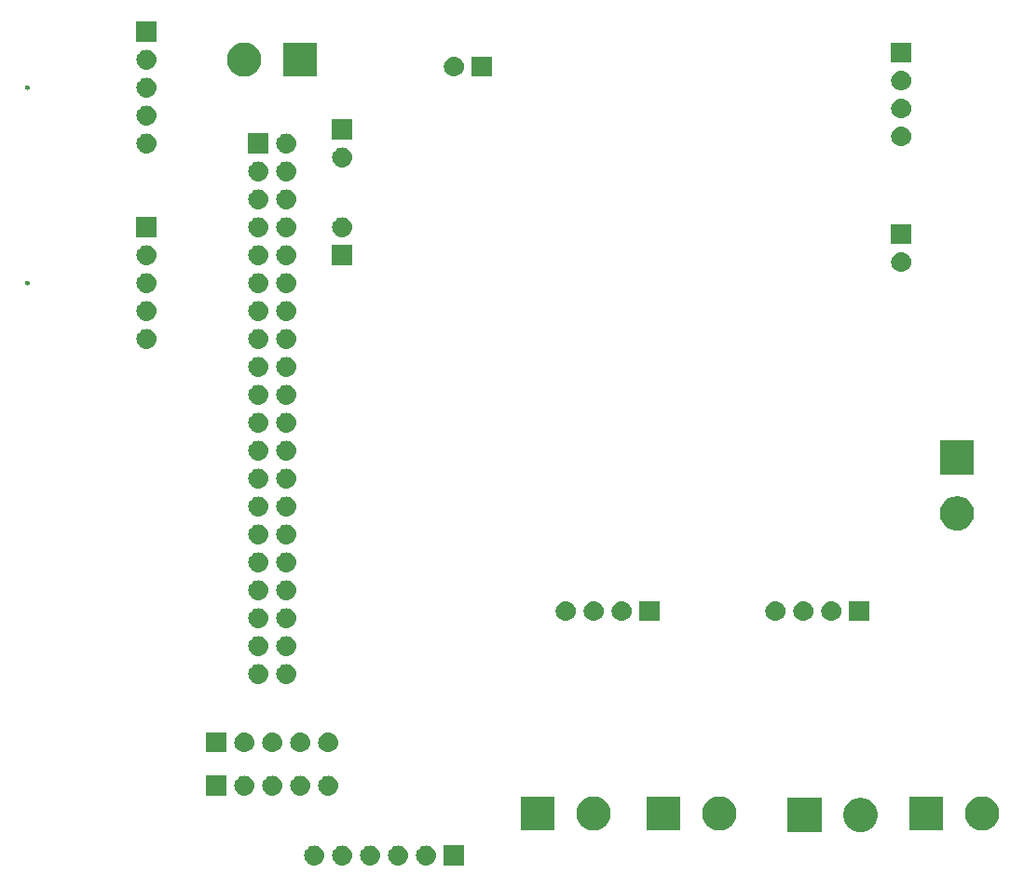
<source format=gbr>
G04 #@! TF.GenerationSoftware,KiCad,Pcbnew,(5.1.4-0-10_14)*
G04 #@! TF.CreationDate,2019-11-07T21:51:41+09:00*
G04 #@! TF.ProjectId,underwater,756e6465-7277-4617-9465-722e6b696361,rev?*
G04 #@! TF.SameCoordinates,Original*
G04 #@! TF.FileFunction,Soldermask,Bot*
G04 #@! TF.FilePolarity,Negative*
%FSLAX46Y46*%
G04 Gerber Fmt 4.6, Leading zero omitted, Abs format (unit mm)*
G04 Created by KiCad (PCBNEW (5.1.4-0-10_14)) date 2019-11-07 21:51:41*
%MOMM*%
%LPD*%
G04 APERTURE LIST*
%ADD10C,0.100000*%
G04 APERTURE END LIST*
D10*
G36*
X147586000Y-109486000D02*
G01*
X145784000Y-109486000D01*
X145784000Y-107684000D01*
X147586000Y-107684000D01*
X147586000Y-109486000D01*
X147586000Y-109486000D01*
G37*
G36*
X144255443Y-107690519D02*
G01*
X144321627Y-107697037D01*
X144491466Y-107748557D01*
X144647991Y-107832222D01*
X144683729Y-107861552D01*
X144785186Y-107944814D01*
X144868448Y-108046271D01*
X144897778Y-108082009D01*
X144981443Y-108238534D01*
X145032963Y-108408373D01*
X145050359Y-108585000D01*
X145032963Y-108761627D01*
X144981443Y-108931466D01*
X144897778Y-109087991D01*
X144868448Y-109123729D01*
X144785186Y-109225186D01*
X144683729Y-109308448D01*
X144647991Y-109337778D01*
X144491466Y-109421443D01*
X144321627Y-109472963D01*
X144255442Y-109479482D01*
X144189260Y-109486000D01*
X144100740Y-109486000D01*
X144034558Y-109479482D01*
X143968373Y-109472963D01*
X143798534Y-109421443D01*
X143642009Y-109337778D01*
X143606271Y-109308448D01*
X143504814Y-109225186D01*
X143421552Y-109123729D01*
X143392222Y-109087991D01*
X143308557Y-108931466D01*
X143257037Y-108761627D01*
X143239641Y-108585000D01*
X143257037Y-108408373D01*
X143308557Y-108238534D01*
X143392222Y-108082009D01*
X143421552Y-108046271D01*
X143504814Y-107944814D01*
X143606271Y-107861552D01*
X143642009Y-107832222D01*
X143798534Y-107748557D01*
X143968373Y-107697037D01*
X144034557Y-107690519D01*
X144100740Y-107684000D01*
X144189260Y-107684000D01*
X144255443Y-107690519D01*
X144255443Y-107690519D01*
G37*
G36*
X141715443Y-107690519D02*
G01*
X141781627Y-107697037D01*
X141951466Y-107748557D01*
X142107991Y-107832222D01*
X142143729Y-107861552D01*
X142245186Y-107944814D01*
X142328448Y-108046271D01*
X142357778Y-108082009D01*
X142441443Y-108238534D01*
X142492963Y-108408373D01*
X142510359Y-108585000D01*
X142492963Y-108761627D01*
X142441443Y-108931466D01*
X142357778Y-109087991D01*
X142328448Y-109123729D01*
X142245186Y-109225186D01*
X142143729Y-109308448D01*
X142107991Y-109337778D01*
X141951466Y-109421443D01*
X141781627Y-109472963D01*
X141715442Y-109479482D01*
X141649260Y-109486000D01*
X141560740Y-109486000D01*
X141494558Y-109479482D01*
X141428373Y-109472963D01*
X141258534Y-109421443D01*
X141102009Y-109337778D01*
X141066271Y-109308448D01*
X140964814Y-109225186D01*
X140881552Y-109123729D01*
X140852222Y-109087991D01*
X140768557Y-108931466D01*
X140717037Y-108761627D01*
X140699641Y-108585000D01*
X140717037Y-108408373D01*
X140768557Y-108238534D01*
X140852222Y-108082009D01*
X140881552Y-108046271D01*
X140964814Y-107944814D01*
X141066271Y-107861552D01*
X141102009Y-107832222D01*
X141258534Y-107748557D01*
X141428373Y-107697037D01*
X141494557Y-107690519D01*
X141560740Y-107684000D01*
X141649260Y-107684000D01*
X141715443Y-107690519D01*
X141715443Y-107690519D01*
G37*
G36*
X139175443Y-107690519D02*
G01*
X139241627Y-107697037D01*
X139411466Y-107748557D01*
X139567991Y-107832222D01*
X139603729Y-107861552D01*
X139705186Y-107944814D01*
X139788448Y-108046271D01*
X139817778Y-108082009D01*
X139901443Y-108238534D01*
X139952963Y-108408373D01*
X139970359Y-108585000D01*
X139952963Y-108761627D01*
X139901443Y-108931466D01*
X139817778Y-109087991D01*
X139788448Y-109123729D01*
X139705186Y-109225186D01*
X139603729Y-109308448D01*
X139567991Y-109337778D01*
X139411466Y-109421443D01*
X139241627Y-109472963D01*
X139175442Y-109479482D01*
X139109260Y-109486000D01*
X139020740Y-109486000D01*
X138954558Y-109479482D01*
X138888373Y-109472963D01*
X138718534Y-109421443D01*
X138562009Y-109337778D01*
X138526271Y-109308448D01*
X138424814Y-109225186D01*
X138341552Y-109123729D01*
X138312222Y-109087991D01*
X138228557Y-108931466D01*
X138177037Y-108761627D01*
X138159641Y-108585000D01*
X138177037Y-108408373D01*
X138228557Y-108238534D01*
X138312222Y-108082009D01*
X138341552Y-108046271D01*
X138424814Y-107944814D01*
X138526271Y-107861552D01*
X138562009Y-107832222D01*
X138718534Y-107748557D01*
X138888373Y-107697037D01*
X138954557Y-107690519D01*
X139020740Y-107684000D01*
X139109260Y-107684000D01*
X139175443Y-107690519D01*
X139175443Y-107690519D01*
G37*
G36*
X136635443Y-107690519D02*
G01*
X136701627Y-107697037D01*
X136871466Y-107748557D01*
X137027991Y-107832222D01*
X137063729Y-107861552D01*
X137165186Y-107944814D01*
X137248448Y-108046271D01*
X137277778Y-108082009D01*
X137361443Y-108238534D01*
X137412963Y-108408373D01*
X137430359Y-108585000D01*
X137412963Y-108761627D01*
X137361443Y-108931466D01*
X137277778Y-109087991D01*
X137248448Y-109123729D01*
X137165186Y-109225186D01*
X137063729Y-109308448D01*
X137027991Y-109337778D01*
X136871466Y-109421443D01*
X136701627Y-109472963D01*
X136635442Y-109479482D01*
X136569260Y-109486000D01*
X136480740Y-109486000D01*
X136414558Y-109479482D01*
X136348373Y-109472963D01*
X136178534Y-109421443D01*
X136022009Y-109337778D01*
X135986271Y-109308448D01*
X135884814Y-109225186D01*
X135801552Y-109123729D01*
X135772222Y-109087991D01*
X135688557Y-108931466D01*
X135637037Y-108761627D01*
X135619641Y-108585000D01*
X135637037Y-108408373D01*
X135688557Y-108238534D01*
X135772222Y-108082009D01*
X135801552Y-108046271D01*
X135884814Y-107944814D01*
X135986271Y-107861552D01*
X136022009Y-107832222D01*
X136178534Y-107748557D01*
X136348373Y-107697037D01*
X136414557Y-107690519D01*
X136480740Y-107684000D01*
X136569260Y-107684000D01*
X136635443Y-107690519D01*
X136635443Y-107690519D01*
G37*
G36*
X134095443Y-107690519D02*
G01*
X134161627Y-107697037D01*
X134331466Y-107748557D01*
X134487991Y-107832222D01*
X134523729Y-107861552D01*
X134625186Y-107944814D01*
X134708448Y-108046271D01*
X134737778Y-108082009D01*
X134821443Y-108238534D01*
X134872963Y-108408373D01*
X134890359Y-108585000D01*
X134872963Y-108761627D01*
X134821443Y-108931466D01*
X134737778Y-109087991D01*
X134708448Y-109123729D01*
X134625186Y-109225186D01*
X134523729Y-109308448D01*
X134487991Y-109337778D01*
X134331466Y-109421443D01*
X134161627Y-109472963D01*
X134095442Y-109479482D01*
X134029260Y-109486000D01*
X133940740Y-109486000D01*
X133874558Y-109479482D01*
X133808373Y-109472963D01*
X133638534Y-109421443D01*
X133482009Y-109337778D01*
X133446271Y-109308448D01*
X133344814Y-109225186D01*
X133261552Y-109123729D01*
X133232222Y-109087991D01*
X133148557Y-108931466D01*
X133097037Y-108761627D01*
X133079641Y-108585000D01*
X133097037Y-108408373D01*
X133148557Y-108238534D01*
X133232222Y-108082009D01*
X133261552Y-108046271D01*
X133344814Y-107944814D01*
X133446271Y-107861552D01*
X133482009Y-107832222D01*
X133638534Y-107748557D01*
X133808373Y-107697037D01*
X133874557Y-107690519D01*
X133940740Y-107684000D01*
X134029260Y-107684000D01*
X134095443Y-107690519D01*
X134095443Y-107690519D01*
G37*
G36*
X183944585Y-103380802D02*
G01*
X184094410Y-103410604D01*
X184376674Y-103527521D01*
X184630705Y-103697259D01*
X184846741Y-103913295D01*
X185016479Y-104167326D01*
X185133396Y-104449590D01*
X185193000Y-104749240D01*
X185193000Y-105054760D01*
X185133396Y-105354410D01*
X185016479Y-105636674D01*
X184846741Y-105890705D01*
X184630705Y-106106741D01*
X184376674Y-106276479D01*
X184094410Y-106393396D01*
X183944585Y-106423198D01*
X183794761Y-106453000D01*
X183489239Y-106453000D01*
X183339415Y-106423198D01*
X183189590Y-106393396D01*
X182907326Y-106276479D01*
X182653295Y-106106741D01*
X182437259Y-105890705D01*
X182267521Y-105636674D01*
X182150604Y-105354410D01*
X182091000Y-105054760D01*
X182091000Y-104749240D01*
X182150604Y-104449590D01*
X182267521Y-104167326D01*
X182437259Y-103913295D01*
X182653295Y-103697259D01*
X182907326Y-103527521D01*
X183189590Y-103410604D01*
X183339415Y-103380802D01*
X183489239Y-103351000D01*
X183794761Y-103351000D01*
X183944585Y-103380802D01*
X183944585Y-103380802D01*
G37*
G36*
X180113000Y-106453000D02*
G01*
X177011000Y-106453000D01*
X177011000Y-103351000D01*
X180113000Y-103351000D01*
X180113000Y-106453000D01*
X180113000Y-106453000D01*
G37*
G36*
X194993585Y-103253802D02*
G01*
X195143410Y-103283604D01*
X195425674Y-103400521D01*
X195679705Y-103570259D01*
X195895741Y-103786295D01*
X196065479Y-104040326D01*
X196182396Y-104322590D01*
X196242000Y-104622240D01*
X196242000Y-104927760D01*
X196182396Y-105227410D01*
X196065479Y-105509674D01*
X195895741Y-105763705D01*
X195679705Y-105979741D01*
X195425674Y-106149479D01*
X195143410Y-106266396D01*
X195092719Y-106276479D01*
X194843761Y-106326000D01*
X194538239Y-106326000D01*
X194289281Y-106276479D01*
X194238590Y-106266396D01*
X193956326Y-106149479D01*
X193702295Y-105979741D01*
X193486259Y-105763705D01*
X193316521Y-105509674D01*
X193199604Y-105227410D01*
X193140000Y-104927760D01*
X193140000Y-104622240D01*
X193199604Y-104322590D01*
X193316521Y-104040326D01*
X193486259Y-103786295D01*
X193702295Y-103570259D01*
X193956326Y-103400521D01*
X194238590Y-103283604D01*
X194388415Y-103253802D01*
X194538239Y-103224000D01*
X194843761Y-103224000D01*
X194993585Y-103253802D01*
X194993585Y-103253802D01*
G37*
G36*
X191162000Y-106326000D02*
G01*
X188060000Y-106326000D01*
X188060000Y-103224000D01*
X191162000Y-103224000D01*
X191162000Y-106326000D01*
X191162000Y-106326000D01*
G37*
G36*
X171117585Y-103253802D02*
G01*
X171267410Y-103283604D01*
X171549674Y-103400521D01*
X171803705Y-103570259D01*
X172019741Y-103786295D01*
X172189479Y-104040326D01*
X172306396Y-104322590D01*
X172366000Y-104622240D01*
X172366000Y-104927760D01*
X172306396Y-105227410D01*
X172189479Y-105509674D01*
X172019741Y-105763705D01*
X171803705Y-105979741D01*
X171549674Y-106149479D01*
X171267410Y-106266396D01*
X171216719Y-106276479D01*
X170967761Y-106326000D01*
X170662239Y-106326000D01*
X170413281Y-106276479D01*
X170362590Y-106266396D01*
X170080326Y-106149479D01*
X169826295Y-105979741D01*
X169610259Y-105763705D01*
X169440521Y-105509674D01*
X169323604Y-105227410D01*
X169264000Y-104927760D01*
X169264000Y-104622240D01*
X169323604Y-104322590D01*
X169440521Y-104040326D01*
X169610259Y-103786295D01*
X169826295Y-103570259D01*
X170080326Y-103400521D01*
X170362590Y-103283604D01*
X170512415Y-103253802D01*
X170662239Y-103224000D01*
X170967761Y-103224000D01*
X171117585Y-103253802D01*
X171117585Y-103253802D01*
G37*
G36*
X167286000Y-106326000D02*
G01*
X164184000Y-106326000D01*
X164184000Y-103224000D01*
X167286000Y-103224000D01*
X167286000Y-106326000D01*
X167286000Y-106326000D01*
G37*
G36*
X159687585Y-103253802D02*
G01*
X159837410Y-103283604D01*
X160119674Y-103400521D01*
X160373705Y-103570259D01*
X160589741Y-103786295D01*
X160759479Y-104040326D01*
X160876396Y-104322590D01*
X160936000Y-104622240D01*
X160936000Y-104927760D01*
X160876396Y-105227410D01*
X160759479Y-105509674D01*
X160589741Y-105763705D01*
X160373705Y-105979741D01*
X160119674Y-106149479D01*
X159837410Y-106266396D01*
X159786719Y-106276479D01*
X159537761Y-106326000D01*
X159232239Y-106326000D01*
X158983281Y-106276479D01*
X158932590Y-106266396D01*
X158650326Y-106149479D01*
X158396295Y-105979741D01*
X158180259Y-105763705D01*
X158010521Y-105509674D01*
X157893604Y-105227410D01*
X157834000Y-104927760D01*
X157834000Y-104622240D01*
X157893604Y-104322590D01*
X158010521Y-104040326D01*
X158180259Y-103786295D01*
X158396295Y-103570259D01*
X158650326Y-103400521D01*
X158932590Y-103283604D01*
X159082415Y-103253802D01*
X159232239Y-103224000D01*
X159537761Y-103224000D01*
X159687585Y-103253802D01*
X159687585Y-103253802D01*
G37*
G36*
X155856000Y-106326000D02*
G01*
X152754000Y-106326000D01*
X152754000Y-103224000D01*
X155856000Y-103224000D01*
X155856000Y-106326000D01*
X155856000Y-106326000D01*
G37*
G36*
X125996000Y-103136000D02*
G01*
X124194000Y-103136000D01*
X124194000Y-101334000D01*
X125996000Y-101334000D01*
X125996000Y-103136000D01*
X125996000Y-103136000D01*
G37*
G36*
X135365442Y-101340518D02*
G01*
X135431627Y-101347037D01*
X135601466Y-101398557D01*
X135757991Y-101482222D01*
X135793729Y-101511552D01*
X135895186Y-101594814D01*
X135978448Y-101696271D01*
X136007778Y-101732009D01*
X136091443Y-101888534D01*
X136142963Y-102058373D01*
X136160359Y-102235000D01*
X136142963Y-102411627D01*
X136091443Y-102581466D01*
X136007778Y-102737991D01*
X135978448Y-102773729D01*
X135895186Y-102875186D01*
X135793729Y-102958448D01*
X135757991Y-102987778D01*
X135601466Y-103071443D01*
X135431627Y-103122963D01*
X135365442Y-103129482D01*
X135299260Y-103136000D01*
X135210740Y-103136000D01*
X135144558Y-103129482D01*
X135078373Y-103122963D01*
X134908534Y-103071443D01*
X134752009Y-102987778D01*
X134716271Y-102958448D01*
X134614814Y-102875186D01*
X134531552Y-102773729D01*
X134502222Y-102737991D01*
X134418557Y-102581466D01*
X134367037Y-102411627D01*
X134349641Y-102235000D01*
X134367037Y-102058373D01*
X134418557Y-101888534D01*
X134502222Y-101732009D01*
X134531552Y-101696271D01*
X134614814Y-101594814D01*
X134716271Y-101511552D01*
X134752009Y-101482222D01*
X134908534Y-101398557D01*
X135078373Y-101347037D01*
X135144558Y-101340518D01*
X135210740Y-101334000D01*
X135299260Y-101334000D01*
X135365442Y-101340518D01*
X135365442Y-101340518D01*
G37*
G36*
X132825442Y-101340518D02*
G01*
X132891627Y-101347037D01*
X133061466Y-101398557D01*
X133217991Y-101482222D01*
X133253729Y-101511552D01*
X133355186Y-101594814D01*
X133438448Y-101696271D01*
X133467778Y-101732009D01*
X133551443Y-101888534D01*
X133602963Y-102058373D01*
X133620359Y-102235000D01*
X133602963Y-102411627D01*
X133551443Y-102581466D01*
X133467778Y-102737991D01*
X133438448Y-102773729D01*
X133355186Y-102875186D01*
X133253729Y-102958448D01*
X133217991Y-102987778D01*
X133061466Y-103071443D01*
X132891627Y-103122963D01*
X132825442Y-103129482D01*
X132759260Y-103136000D01*
X132670740Y-103136000D01*
X132604558Y-103129482D01*
X132538373Y-103122963D01*
X132368534Y-103071443D01*
X132212009Y-102987778D01*
X132176271Y-102958448D01*
X132074814Y-102875186D01*
X131991552Y-102773729D01*
X131962222Y-102737991D01*
X131878557Y-102581466D01*
X131827037Y-102411627D01*
X131809641Y-102235000D01*
X131827037Y-102058373D01*
X131878557Y-101888534D01*
X131962222Y-101732009D01*
X131991552Y-101696271D01*
X132074814Y-101594814D01*
X132176271Y-101511552D01*
X132212009Y-101482222D01*
X132368534Y-101398557D01*
X132538373Y-101347037D01*
X132604558Y-101340518D01*
X132670740Y-101334000D01*
X132759260Y-101334000D01*
X132825442Y-101340518D01*
X132825442Y-101340518D01*
G37*
G36*
X130285442Y-101340518D02*
G01*
X130351627Y-101347037D01*
X130521466Y-101398557D01*
X130677991Y-101482222D01*
X130713729Y-101511552D01*
X130815186Y-101594814D01*
X130898448Y-101696271D01*
X130927778Y-101732009D01*
X131011443Y-101888534D01*
X131062963Y-102058373D01*
X131080359Y-102235000D01*
X131062963Y-102411627D01*
X131011443Y-102581466D01*
X130927778Y-102737991D01*
X130898448Y-102773729D01*
X130815186Y-102875186D01*
X130713729Y-102958448D01*
X130677991Y-102987778D01*
X130521466Y-103071443D01*
X130351627Y-103122963D01*
X130285442Y-103129482D01*
X130219260Y-103136000D01*
X130130740Y-103136000D01*
X130064558Y-103129482D01*
X129998373Y-103122963D01*
X129828534Y-103071443D01*
X129672009Y-102987778D01*
X129636271Y-102958448D01*
X129534814Y-102875186D01*
X129451552Y-102773729D01*
X129422222Y-102737991D01*
X129338557Y-102581466D01*
X129287037Y-102411627D01*
X129269641Y-102235000D01*
X129287037Y-102058373D01*
X129338557Y-101888534D01*
X129422222Y-101732009D01*
X129451552Y-101696271D01*
X129534814Y-101594814D01*
X129636271Y-101511552D01*
X129672009Y-101482222D01*
X129828534Y-101398557D01*
X129998373Y-101347037D01*
X130064558Y-101340518D01*
X130130740Y-101334000D01*
X130219260Y-101334000D01*
X130285442Y-101340518D01*
X130285442Y-101340518D01*
G37*
G36*
X127745442Y-101340518D02*
G01*
X127811627Y-101347037D01*
X127981466Y-101398557D01*
X128137991Y-101482222D01*
X128173729Y-101511552D01*
X128275186Y-101594814D01*
X128358448Y-101696271D01*
X128387778Y-101732009D01*
X128471443Y-101888534D01*
X128522963Y-102058373D01*
X128540359Y-102235000D01*
X128522963Y-102411627D01*
X128471443Y-102581466D01*
X128387778Y-102737991D01*
X128358448Y-102773729D01*
X128275186Y-102875186D01*
X128173729Y-102958448D01*
X128137991Y-102987778D01*
X127981466Y-103071443D01*
X127811627Y-103122963D01*
X127745442Y-103129482D01*
X127679260Y-103136000D01*
X127590740Y-103136000D01*
X127524558Y-103129482D01*
X127458373Y-103122963D01*
X127288534Y-103071443D01*
X127132009Y-102987778D01*
X127096271Y-102958448D01*
X126994814Y-102875186D01*
X126911552Y-102773729D01*
X126882222Y-102737991D01*
X126798557Y-102581466D01*
X126747037Y-102411627D01*
X126729641Y-102235000D01*
X126747037Y-102058373D01*
X126798557Y-101888534D01*
X126882222Y-101732009D01*
X126911552Y-101696271D01*
X126994814Y-101594814D01*
X127096271Y-101511552D01*
X127132009Y-101482222D01*
X127288534Y-101398557D01*
X127458373Y-101347037D01*
X127524558Y-101340518D01*
X127590740Y-101334000D01*
X127679260Y-101334000D01*
X127745442Y-101340518D01*
X127745442Y-101340518D01*
G37*
G36*
X135365442Y-97405517D02*
G01*
X135431627Y-97412036D01*
X135601466Y-97463556D01*
X135757991Y-97547221D01*
X135793729Y-97576551D01*
X135895186Y-97659813D01*
X135978448Y-97761270D01*
X136007778Y-97797008D01*
X136091443Y-97953533D01*
X136142963Y-98123372D01*
X136160359Y-98299999D01*
X136142963Y-98476626D01*
X136091443Y-98646465D01*
X136007778Y-98802990D01*
X135978448Y-98838728D01*
X135895186Y-98940185D01*
X135793729Y-99023447D01*
X135757991Y-99052777D01*
X135601466Y-99136442D01*
X135431627Y-99187962D01*
X135365442Y-99194481D01*
X135299260Y-99200999D01*
X135210740Y-99200999D01*
X135144558Y-99194481D01*
X135078373Y-99187962D01*
X134908534Y-99136442D01*
X134752009Y-99052777D01*
X134716271Y-99023447D01*
X134614814Y-98940185D01*
X134531552Y-98838728D01*
X134502222Y-98802990D01*
X134418557Y-98646465D01*
X134367037Y-98476626D01*
X134349641Y-98299999D01*
X134367037Y-98123372D01*
X134418557Y-97953533D01*
X134502222Y-97797008D01*
X134531552Y-97761270D01*
X134614814Y-97659813D01*
X134716271Y-97576551D01*
X134752009Y-97547221D01*
X134908534Y-97463556D01*
X135078373Y-97412036D01*
X135144558Y-97405517D01*
X135210740Y-97398999D01*
X135299260Y-97398999D01*
X135365442Y-97405517D01*
X135365442Y-97405517D01*
G37*
G36*
X132825442Y-97405517D02*
G01*
X132891627Y-97412036D01*
X133061466Y-97463556D01*
X133217991Y-97547221D01*
X133253729Y-97576551D01*
X133355186Y-97659813D01*
X133438448Y-97761270D01*
X133467778Y-97797008D01*
X133551443Y-97953533D01*
X133602963Y-98123372D01*
X133620359Y-98299999D01*
X133602963Y-98476626D01*
X133551443Y-98646465D01*
X133467778Y-98802990D01*
X133438448Y-98838728D01*
X133355186Y-98940185D01*
X133253729Y-99023447D01*
X133217991Y-99052777D01*
X133061466Y-99136442D01*
X132891627Y-99187962D01*
X132825442Y-99194481D01*
X132759260Y-99200999D01*
X132670740Y-99200999D01*
X132604558Y-99194481D01*
X132538373Y-99187962D01*
X132368534Y-99136442D01*
X132212009Y-99052777D01*
X132176271Y-99023447D01*
X132074814Y-98940185D01*
X131991552Y-98838728D01*
X131962222Y-98802990D01*
X131878557Y-98646465D01*
X131827037Y-98476626D01*
X131809641Y-98299999D01*
X131827037Y-98123372D01*
X131878557Y-97953533D01*
X131962222Y-97797008D01*
X131991552Y-97761270D01*
X132074814Y-97659813D01*
X132176271Y-97576551D01*
X132212009Y-97547221D01*
X132368534Y-97463556D01*
X132538373Y-97412036D01*
X132604558Y-97405517D01*
X132670740Y-97398999D01*
X132759260Y-97398999D01*
X132825442Y-97405517D01*
X132825442Y-97405517D01*
G37*
G36*
X130285442Y-97405517D02*
G01*
X130351627Y-97412036D01*
X130521466Y-97463556D01*
X130677991Y-97547221D01*
X130713729Y-97576551D01*
X130815186Y-97659813D01*
X130898448Y-97761270D01*
X130927778Y-97797008D01*
X131011443Y-97953533D01*
X131062963Y-98123372D01*
X131080359Y-98299999D01*
X131062963Y-98476626D01*
X131011443Y-98646465D01*
X130927778Y-98802990D01*
X130898448Y-98838728D01*
X130815186Y-98940185D01*
X130713729Y-99023447D01*
X130677991Y-99052777D01*
X130521466Y-99136442D01*
X130351627Y-99187962D01*
X130285442Y-99194481D01*
X130219260Y-99200999D01*
X130130740Y-99200999D01*
X130064558Y-99194481D01*
X129998373Y-99187962D01*
X129828534Y-99136442D01*
X129672009Y-99052777D01*
X129636271Y-99023447D01*
X129534814Y-98940185D01*
X129451552Y-98838728D01*
X129422222Y-98802990D01*
X129338557Y-98646465D01*
X129287037Y-98476626D01*
X129269641Y-98299999D01*
X129287037Y-98123372D01*
X129338557Y-97953533D01*
X129422222Y-97797008D01*
X129451552Y-97761270D01*
X129534814Y-97659813D01*
X129636271Y-97576551D01*
X129672009Y-97547221D01*
X129828534Y-97463556D01*
X129998373Y-97412036D01*
X130064558Y-97405517D01*
X130130740Y-97398999D01*
X130219260Y-97398999D01*
X130285442Y-97405517D01*
X130285442Y-97405517D01*
G37*
G36*
X127745442Y-97405517D02*
G01*
X127811627Y-97412036D01*
X127981466Y-97463556D01*
X128137991Y-97547221D01*
X128173729Y-97576551D01*
X128275186Y-97659813D01*
X128358448Y-97761270D01*
X128387778Y-97797008D01*
X128471443Y-97953533D01*
X128522963Y-98123372D01*
X128540359Y-98299999D01*
X128522963Y-98476626D01*
X128471443Y-98646465D01*
X128387778Y-98802990D01*
X128358448Y-98838728D01*
X128275186Y-98940185D01*
X128173729Y-99023447D01*
X128137991Y-99052777D01*
X127981466Y-99136442D01*
X127811627Y-99187962D01*
X127745442Y-99194481D01*
X127679260Y-99200999D01*
X127590740Y-99200999D01*
X127524558Y-99194481D01*
X127458373Y-99187962D01*
X127288534Y-99136442D01*
X127132009Y-99052777D01*
X127096271Y-99023447D01*
X126994814Y-98940185D01*
X126911552Y-98838728D01*
X126882222Y-98802990D01*
X126798557Y-98646465D01*
X126747037Y-98476626D01*
X126729641Y-98299999D01*
X126747037Y-98123372D01*
X126798557Y-97953533D01*
X126882222Y-97797008D01*
X126911552Y-97761270D01*
X126994814Y-97659813D01*
X127096271Y-97576551D01*
X127132009Y-97547221D01*
X127288534Y-97463556D01*
X127458373Y-97412036D01*
X127524558Y-97405517D01*
X127590740Y-97398999D01*
X127679260Y-97398999D01*
X127745442Y-97405517D01*
X127745442Y-97405517D01*
G37*
G36*
X125996000Y-99200999D02*
G01*
X124194000Y-99200999D01*
X124194000Y-97398999D01*
X125996000Y-97398999D01*
X125996000Y-99200999D01*
X125996000Y-99200999D01*
G37*
G36*
X131555442Y-91180518D02*
G01*
X131621627Y-91187037D01*
X131791466Y-91238557D01*
X131947991Y-91322222D01*
X131983729Y-91351552D01*
X132085186Y-91434814D01*
X132168448Y-91536271D01*
X132197778Y-91572009D01*
X132281443Y-91728534D01*
X132332963Y-91898373D01*
X132350359Y-92075000D01*
X132332963Y-92251627D01*
X132281443Y-92421466D01*
X132197778Y-92577991D01*
X132168448Y-92613729D01*
X132085186Y-92715186D01*
X131983729Y-92798448D01*
X131947991Y-92827778D01*
X131791466Y-92911443D01*
X131621627Y-92962963D01*
X131555442Y-92969482D01*
X131489260Y-92976000D01*
X131400740Y-92976000D01*
X131334558Y-92969482D01*
X131268373Y-92962963D01*
X131098534Y-92911443D01*
X130942009Y-92827778D01*
X130906271Y-92798448D01*
X130804814Y-92715186D01*
X130721552Y-92613729D01*
X130692222Y-92577991D01*
X130608557Y-92421466D01*
X130557037Y-92251627D01*
X130539641Y-92075000D01*
X130557037Y-91898373D01*
X130608557Y-91728534D01*
X130692222Y-91572009D01*
X130721552Y-91536271D01*
X130804814Y-91434814D01*
X130906271Y-91351552D01*
X130942009Y-91322222D01*
X131098534Y-91238557D01*
X131268373Y-91187037D01*
X131334558Y-91180518D01*
X131400740Y-91174000D01*
X131489260Y-91174000D01*
X131555442Y-91180518D01*
X131555442Y-91180518D01*
G37*
G36*
X129015442Y-91180518D02*
G01*
X129081627Y-91187037D01*
X129251466Y-91238557D01*
X129407991Y-91322222D01*
X129443729Y-91351552D01*
X129545186Y-91434814D01*
X129628448Y-91536271D01*
X129657778Y-91572009D01*
X129741443Y-91728534D01*
X129792963Y-91898373D01*
X129810359Y-92075000D01*
X129792963Y-92251627D01*
X129741443Y-92421466D01*
X129657778Y-92577991D01*
X129628448Y-92613729D01*
X129545186Y-92715186D01*
X129443729Y-92798448D01*
X129407991Y-92827778D01*
X129251466Y-92911443D01*
X129081627Y-92962963D01*
X129015442Y-92969482D01*
X128949260Y-92976000D01*
X128860740Y-92976000D01*
X128794558Y-92969482D01*
X128728373Y-92962963D01*
X128558534Y-92911443D01*
X128402009Y-92827778D01*
X128366271Y-92798448D01*
X128264814Y-92715186D01*
X128181552Y-92613729D01*
X128152222Y-92577991D01*
X128068557Y-92421466D01*
X128017037Y-92251627D01*
X127999641Y-92075000D01*
X128017037Y-91898373D01*
X128068557Y-91728534D01*
X128152222Y-91572009D01*
X128181552Y-91536271D01*
X128264814Y-91434814D01*
X128366271Y-91351552D01*
X128402009Y-91322222D01*
X128558534Y-91238557D01*
X128728373Y-91187037D01*
X128794558Y-91180518D01*
X128860740Y-91174000D01*
X128949260Y-91174000D01*
X129015442Y-91180518D01*
X129015442Y-91180518D01*
G37*
G36*
X131555443Y-88640519D02*
G01*
X131621627Y-88647037D01*
X131791466Y-88698557D01*
X131947991Y-88782222D01*
X131983729Y-88811552D01*
X132085186Y-88894814D01*
X132168448Y-88996271D01*
X132197778Y-89032009D01*
X132281443Y-89188534D01*
X132332963Y-89358373D01*
X132350359Y-89535000D01*
X132332963Y-89711627D01*
X132281443Y-89881466D01*
X132197778Y-90037991D01*
X132168448Y-90073729D01*
X132085186Y-90175186D01*
X131983729Y-90258448D01*
X131947991Y-90287778D01*
X131791466Y-90371443D01*
X131621627Y-90422963D01*
X131555443Y-90429481D01*
X131489260Y-90436000D01*
X131400740Y-90436000D01*
X131334557Y-90429481D01*
X131268373Y-90422963D01*
X131098534Y-90371443D01*
X130942009Y-90287778D01*
X130906271Y-90258448D01*
X130804814Y-90175186D01*
X130721552Y-90073729D01*
X130692222Y-90037991D01*
X130608557Y-89881466D01*
X130557037Y-89711627D01*
X130539641Y-89535000D01*
X130557037Y-89358373D01*
X130608557Y-89188534D01*
X130692222Y-89032009D01*
X130721552Y-88996271D01*
X130804814Y-88894814D01*
X130906271Y-88811552D01*
X130942009Y-88782222D01*
X131098534Y-88698557D01*
X131268373Y-88647037D01*
X131334557Y-88640519D01*
X131400740Y-88634000D01*
X131489260Y-88634000D01*
X131555443Y-88640519D01*
X131555443Y-88640519D01*
G37*
G36*
X129015443Y-88640519D02*
G01*
X129081627Y-88647037D01*
X129251466Y-88698557D01*
X129407991Y-88782222D01*
X129443729Y-88811552D01*
X129545186Y-88894814D01*
X129628448Y-88996271D01*
X129657778Y-89032009D01*
X129741443Y-89188534D01*
X129792963Y-89358373D01*
X129810359Y-89535000D01*
X129792963Y-89711627D01*
X129741443Y-89881466D01*
X129657778Y-90037991D01*
X129628448Y-90073729D01*
X129545186Y-90175186D01*
X129443729Y-90258448D01*
X129407991Y-90287778D01*
X129251466Y-90371443D01*
X129081627Y-90422963D01*
X129015443Y-90429481D01*
X128949260Y-90436000D01*
X128860740Y-90436000D01*
X128794557Y-90429481D01*
X128728373Y-90422963D01*
X128558534Y-90371443D01*
X128402009Y-90287778D01*
X128366271Y-90258448D01*
X128264814Y-90175186D01*
X128181552Y-90073729D01*
X128152222Y-90037991D01*
X128068557Y-89881466D01*
X128017037Y-89711627D01*
X127999641Y-89535000D01*
X128017037Y-89358373D01*
X128068557Y-89188534D01*
X128152222Y-89032009D01*
X128181552Y-88996271D01*
X128264814Y-88894814D01*
X128366271Y-88811552D01*
X128402009Y-88782222D01*
X128558534Y-88698557D01*
X128728373Y-88647037D01*
X128794557Y-88640519D01*
X128860740Y-88634000D01*
X128949260Y-88634000D01*
X129015443Y-88640519D01*
X129015443Y-88640519D01*
G37*
G36*
X129015442Y-86100518D02*
G01*
X129081627Y-86107037D01*
X129251466Y-86158557D01*
X129407991Y-86242222D01*
X129443729Y-86271552D01*
X129545186Y-86354814D01*
X129628448Y-86456271D01*
X129657778Y-86492009D01*
X129741443Y-86648534D01*
X129792963Y-86818373D01*
X129810359Y-86995000D01*
X129792963Y-87171627D01*
X129741443Y-87341466D01*
X129657778Y-87497991D01*
X129628448Y-87533729D01*
X129545186Y-87635186D01*
X129443729Y-87718448D01*
X129407991Y-87747778D01*
X129251466Y-87831443D01*
X129081627Y-87882963D01*
X129015443Y-87889481D01*
X128949260Y-87896000D01*
X128860740Y-87896000D01*
X128794557Y-87889481D01*
X128728373Y-87882963D01*
X128558534Y-87831443D01*
X128402009Y-87747778D01*
X128366271Y-87718448D01*
X128264814Y-87635186D01*
X128181552Y-87533729D01*
X128152222Y-87497991D01*
X128068557Y-87341466D01*
X128017037Y-87171627D01*
X127999641Y-86995000D01*
X128017037Y-86818373D01*
X128068557Y-86648534D01*
X128152222Y-86492009D01*
X128181552Y-86456271D01*
X128264814Y-86354814D01*
X128366271Y-86271552D01*
X128402009Y-86242222D01*
X128558534Y-86158557D01*
X128728373Y-86107037D01*
X128794558Y-86100518D01*
X128860740Y-86094000D01*
X128949260Y-86094000D01*
X129015442Y-86100518D01*
X129015442Y-86100518D01*
G37*
G36*
X131555442Y-86100518D02*
G01*
X131621627Y-86107037D01*
X131791466Y-86158557D01*
X131947991Y-86242222D01*
X131983729Y-86271552D01*
X132085186Y-86354814D01*
X132168448Y-86456271D01*
X132197778Y-86492009D01*
X132281443Y-86648534D01*
X132332963Y-86818373D01*
X132350359Y-86995000D01*
X132332963Y-87171627D01*
X132281443Y-87341466D01*
X132197778Y-87497991D01*
X132168448Y-87533729D01*
X132085186Y-87635186D01*
X131983729Y-87718448D01*
X131947991Y-87747778D01*
X131791466Y-87831443D01*
X131621627Y-87882963D01*
X131555443Y-87889481D01*
X131489260Y-87896000D01*
X131400740Y-87896000D01*
X131334557Y-87889481D01*
X131268373Y-87882963D01*
X131098534Y-87831443D01*
X130942009Y-87747778D01*
X130906271Y-87718448D01*
X130804814Y-87635186D01*
X130721552Y-87533729D01*
X130692222Y-87497991D01*
X130608557Y-87341466D01*
X130557037Y-87171627D01*
X130539641Y-86995000D01*
X130557037Y-86818373D01*
X130608557Y-86648534D01*
X130692222Y-86492009D01*
X130721552Y-86456271D01*
X130804814Y-86354814D01*
X130906271Y-86271552D01*
X130942009Y-86242222D01*
X131098534Y-86158557D01*
X131268373Y-86107037D01*
X131334558Y-86100518D01*
X131400740Y-86094000D01*
X131489260Y-86094000D01*
X131555442Y-86100518D01*
X131555442Y-86100518D01*
G37*
G36*
X176005442Y-85465518D02*
G01*
X176071627Y-85472037D01*
X176241466Y-85523557D01*
X176397991Y-85607222D01*
X176433729Y-85636552D01*
X176535186Y-85719814D01*
X176618448Y-85821271D01*
X176647778Y-85857009D01*
X176731443Y-86013534D01*
X176782963Y-86183373D01*
X176800359Y-86360000D01*
X176782963Y-86536627D01*
X176731443Y-86706466D01*
X176647778Y-86862991D01*
X176618448Y-86898729D01*
X176535186Y-87000186D01*
X176433729Y-87083448D01*
X176397991Y-87112778D01*
X176241466Y-87196443D01*
X176071627Y-87247963D01*
X176005442Y-87254482D01*
X175939260Y-87261000D01*
X175850740Y-87261000D01*
X175784558Y-87254482D01*
X175718373Y-87247963D01*
X175548534Y-87196443D01*
X175392009Y-87112778D01*
X175356271Y-87083448D01*
X175254814Y-87000186D01*
X175171552Y-86898729D01*
X175142222Y-86862991D01*
X175058557Y-86706466D01*
X175007037Y-86536627D01*
X174989641Y-86360000D01*
X175007037Y-86183373D01*
X175058557Y-86013534D01*
X175142222Y-85857009D01*
X175171552Y-85821271D01*
X175254814Y-85719814D01*
X175356271Y-85636552D01*
X175392009Y-85607222D01*
X175548534Y-85523557D01*
X175718373Y-85472037D01*
X175784558Y-85465518D01*
X175850740Y-85459000D01*
X175939260Y-85459000D01*
X176005442Y-85465518D01*
X176005442Y-85465518D01*
G37*
G36*
X178545442Y-85465518D02*
G01*
X178611627Y-85472037D01*
X178781466Y-85523557D01*
X178937991Y-85607222D01*
X178973729Y-85636552D01*
X179075186Y-85719814D01*
X179158448Y-85821271D01*
X179187778Y-85857009D01*
X179271443Y-86013534D01*
X179322963Y-86183373D01*
X179340359Y-86360000D01*
X179322963Y-86536627D01*
X179271443Y-86706466D01*
X179187778Y-86862991D01*
X179158448Y-86898729D01*
X179075186Y-87000186D01*
X178973729Y-87083448D01*
X178937991Y-87112778D01*
X178781466Y-87196443D01*
X178611627Y-87247963D01*
X178545442Y-87254482D01*
X178479260Y-87261000D01*
X178390740Y-87261000D01*
X178324558Y-87254482D01*
X178258373Y-87247963D01*
X178088534Y-87196443D01*
X177932009Y-87112778D01*
X177896271Y-87083448D01*
X177794814Y-87000186D01*
X177711552Y-86898729D01*
X177682222Y-86862991D01*
X177598557Y-86706466D01*
X177547037Y-86536627D01*
X177529641Y-86360000D01*
X177547037Y-86183373D01*
X177598557Y-86013534D01*
X177682222Y-85857009D01*
X177711552Y-85821271D01*
X177794814Y-85719814D01*
X177896271Y-85636552D01*
X177932009Y-85607222D01*
X178088534Y-85523557D01*
X178258373Y-85472037D01*
X178324558Y-85465518D01*
X178390740Y-85459000D01*
X178479260Y-85459000D01*
X178545442Y-85465518D01*
X178545442Y-85465518D01*
G37*
G36*
X181085442Y-85465518D02*
G01*
X181151627Y-85472037D01*
X181321466Y-85523557D01*
X181477991Y-85607222D01*
X181513729Y-85636552D01*
X181615186Y-85719814D01*
X181698448Y-85821271D01*
X181727778Y-85857009D01*
X181811443Y-86013534D01*
X181862963Y-86183373D01*
X181880359Y-86360000D01*
X181862963Y-86536627D01*
X181811443Y-86706466D01*
X181727778Y-86862991D01*
X181698448Y-86898729D01*
X181615186Y-87000186D01*
X181513729Y-87083448D01*
X181477991Y-87112778D01*
X181321466Y-87196443D01*
X181151627Y-87247963D01*
X181085442Y-87254482D01*
X181019260Y-87261000D01*
X180930740Y-87261000D01*
X180864558Y-87254482D01*
X180798373Y-87247963D01*
X180628534Y-87196443D01*
X180472009Y-87112778D01*
X180436271Y-87083448D01*
X180334814Y-87000186D01*
X180251552Y-86898729D01*
X180222222Y-86862991D01*
X180138557Y-86706466D01*
X180087037Y-86536627D01*
X180069641Y-86360000D01*
X180087037Y-86183373D01*
X180138557Y-86013534D01*
X180222222Y-85857009D01*
X180251552Y-85821271D01*
X180334814Y-85719814D01*
X180436271Y-85636552D01*
X180472009Y-85607222D01*
X180628534Y-85523557D01*
X180798373Y-85472037D01*
X180864558Y-85465518D01*
X180930740Y-85459000D01*
X181019260Y-85459000D01*
X181085442Y-85465518D01*
X181085442Y-85465518D01*
G37*
G36*
X184416000Y-87261000D02*
G01*
X182614000Y-87261000D01*
X182614000Y-85459000D01*
X184416000Y-85459000D01*
X184416000Y-87261000D01*
X184416000Y-87261000D01*
G37*
G36*
X165366000Y-87261000D02*
G01*
X163564000Y-87261000D01*
X163564000Y-85459000D01*
X165366000Y-85459000D01*
X165366000Y-87261000D01*
X165366000Y-87261000D01*
G37*
G36*
X162035442Y-85465518D02*
G01*
X162101627Y-85472037D01*
X162271466Y-85523557D01*
X162427991Y-85607222D01*
X162463729Y-85636552D01*
X162565186Y-85719814D01*
X162648448Y-85821271D01*
X162677778Y-85857009D01*
X162761443Y-86013534D01*
X162812963Y-86183373D01*
X162830359Y-86360000D01*
X162812963Y-86536627D01*
X162761443Y-86706466D01*
X162677778Y-86862991D01*
X162648448Y-86898729D01*
X162565186Y-87000186D01*
X162463729Y-87083448D01*
X162427991Y-87112778D01*
X162271466Y-87196443D01*
X162101627Y-87247963D01*
X162035442Y-87254482D01*
X161969260Y-87261000D01*
X161880740Y-87261000D01*
X161814558Y-87254482D01*
X161748373Y-87247963D01*
X161578534Y-87196443D01*
X161422009Y-87112778D01*
X161386271Y-87083448D01*
X161284814Y-87000186D01*
X161201552Y-86898729D01*
X161172222Y-86862991D01*
X161088557Y-86706466D01*
X161037037Y-86536627D01*
X161019641Y-86360000D01*
X161037037Y-86183373D01*
X161088557Y-86013534D01*
X161172222Y-85857009D01*
X161201552Y-85821271D01*
X161284814Y-85719814D01*
X161386271Y-85636552D01*
X161422009Y-85607222D01*
X161578534Y-85523557D01*
X161748373Y-85472037D01*
X161814558Y-85465518D01*
X161880740Y-85459000D01*
X161969260Y-85459000D01*
X162035442Y-85465518D01*
X162035442Y-85465518D01*
G37*
G36*
X159495442Y-85465518D02*
G01*
X159561627Y-85472037D01*
X159731466Y-85523557D01*
X159887991Y-85607222D01*
X159923729Y-85636552D01*
X160025186Y-85719814D01*
X160108448Y-85821271D01*
X160137778Y-85857009D01*
X160221443Y-86013534D01*
X160272963Y-86183373D01*
X160290359Y-86360000D01*
X160272963Y-86536627D01*
X160221443Y-86706466D01*
X160137778Y-86862991D01*
X160108448Y-86898729D01*
X160025186Y-87000186D01*
X159923729Y-87083448D01*
X159887991Y-87112778D01*
X159731466Y-87196443D01*
X159561627Y-87247963D01*
X159495442Y-87254482D01*
X159429260Y-87261000D01*
X159340740Y-87261000D01*
X159274558Y-87254482D01*
X159208373Y-87247963D01*
X159038534Y-87196443D01*
X158882009Y-87112778D01*
X158846271Y-87083448D01*
X158744814Y-87000186D01*
X158661552Y-86898729D01*
X158632222Y-86862991D01*
X158548557Y-86706466D01*
X158497037Y-86536627D01*
X158479641Y-86360000D01*
X158497037Y-86183373D01*
X158548557Y-86013534D01*
X158632222Y-85857009D01*
X158661552Y-85821271D01*
X158744814Y-85719814D01*
X158846271Y-85636552D01*
X158882009Y-85607222D01*
X159038534Y-85523557D01*
X159208373Y-85472037D01*
X159274558Y-85465518D01*
X159340740Y-85459000D01*
X159429260Y-85459000D01*
X159495442Y-85465518D01*
X159495442Y-85465518D01*
G37*
G36*
X156955442Y-85465518D02*
G01*
X157021627Y-85472037D01*
X157191466Y-85523557D01*
X157347991Y-85607222D01*
X157383729Y-85636552D01*
X157485186Y-85719814D01*
X157568448Y-85821271D01*
X157597778Y-85857009D01*
X157681443Y-86013534D01*
X157732963Y-86183373D01*
X157750359Y-86360000D01*
X157732963Y-86536627D01*
X157681443Y-86706466D01*
X157597778Y-86862991D01*
X157568448Y-86898729D01*
X157485186Y-87000186D01*
X157383729Y-87083448D01*
X157347991Y-87112778D01*
X157191466Y-87196443D01*
X157021627Y-87247963D01*
X156955442Y-87254482D01*
X156889260Y-87261000D01*
X156800740Y-87261000D01*
X156734558Y-87254482D01*
X156668373Y-87247963D01*
X156498534Y-87196443D01*
X156342009Y-87112778D01*
X156306271Y-87083448D01*
X156204814Y-87000186D01*
X156121552Y-86898729D01*
X156092222Y-86862991D01*
X156008557Y-86706466D01*
X155957037Y-86536627D01*
X155939641Y-86360000D01*
X155957037Y-86183373D01*
X156008557Y-86013534D01*
X156092222Y-85857009D01*
X156121552Y-85821271D01*
X156204814Y-85719814D01*
X156306271Y-85636552D01*
X156342009Y-85607222D01*
X156498534Y-85523557D01*
X156668373Y-85472037D01*
X156734558Y-85465518D01*
X156800740Y-85459000D01*
X156889260Y-85459000D01*
X156955442Y-85465518D01*
X156955442Y-85465518D01*
G37*
G36*
X131555443Y-83560519D02*
G01*
X131621627Y-83567037D01*
X131791466Y-83618557D01*
X131947991Y-83702222D01*
X131983729Y-83731552D01*
X132085186Y-83814814D01*
X132168448Y-83916271D01*
X132197778Y-83952009D01*
X132281443Y-84108534D01*
X132332963Y-84278373D01*
X132350359Y-84455000D01*
X132332963Y-84631627D01*
X132281443Y-84801466D01*
X132197778Y-84957991D01*
X132168448Y-84993729D01*
X132085186Y-85095186D01*
X131983729Y-85178448D01*
X131947991Y-85207778D01*
X131791466Y-85291443D01*
X131621627Y-85342963D01*
X131555442Y-85349482D01*
X131489260Y-85356000D01*
X131400740Y-85356000D01*
X131334558Y-85349482D01*
X131268373Y-85342963D01*
X131098534Y-85291443D01*
X130942009Y-85207778D01*
X130906271Y-85178448D01*
X130804814Y-85095186D01*
X130721552Y-84993729D01*
X130692222Y-84957991D01*
X130608557Y-84801466D01*
X130557037Y-84631627D01*
X130539641Y-84455000D01*
X130557037Y-84278373D01*
X130608557Y-84108534D01*
X130692222Y-83952009D01*
X130721552Y-83916271D01*
X130804814Y-83814814D01*
X130906271Y-83731552D01*
X130942009Y-83702222D01*
X131098534Y-83618557D01*
X131268373Y-83567037D01*
X131334557Y-83560519D01*
X131400740Y-83554000D01*
X131489260Y-83554000D01*
X131555443Y-83560519D01*
X131555443Y-83560519D01*
G37*
G36*
X129015443Y-83560519D02*
G01*
X129081627Y-83567037D01*
X129251466Y-83618557D01*
X129407991Y-83702222D01*
X129443729Y-83731552D01*
X129545186Y-83814814D01*
X129628448Y-83916271D01*
X129657778Y-83952009D01*
X129741443Y-84108534D01*
X129792963Y-84278373D01*
X129810359Y-84455000D01*
X129792963Y-84631627D01*
X129741443Y-84801466D01*
X129657778Y-84957991D01*
X129628448Y-84993729D01*
X129545186Y-85095186D01*
X129443729Y-85178448D01*
X129407991Y-85207778D01*
X129251466Y-85291443D01*
X129081627Y-85342963D01*
X129015442Y-85349482D01*
X128949260Y-85356000D01*
X128860740Y-85356000D01*
X128794558Y-85349482D01*
X128728373Y-85342963D01*
X128558534Y-85291443D01*
X128402009Y-85207778D01*
X128366271Y-85178448D01*
X128264814Y-85095186D01*
X128181552Y-84993729D01*
X128152222Y-84957991D01*
X128068557Y-84801466D01*
X128017037Y-84631627D01*
X127999641Y-84455000D01*
X128017037Y-84278373D01*
X128068557Y-84108534D01*
X128152222Y-83952009D01*
X128181552Y-83916271D01*
X128264814Y-83814814D01*
X128366271Y-83731552D01*
X128402009Y-83702222D01*
X128558534Y-83618557D01*
X128728373Y-83567037D01*
X128794557Y-83560519D01*
X128860740Y-83554000D01*
X128949260Y-83554000D01*
X129015443Y-83560519D01*
X129015443Y-83560519D01*
G37*
G36*
X131555442Y-81020518D02*
G01*
X131621627Y-81027037D01*
X131791466Y-81078557D01*
X131947991Y-81162222D01*
X131983729Y-81191552D01*
X132085186Y-81274814D01*
X132168448Y-81376271D01*
X132197778Y-81412009D01*
X132281443Y-81568534D01*
X132332963Y-81738373D01*
X132350359Y-81915000D01*
X132332963Y-82091627D01*
X132281443Y-82261466D01*
X132197778Y-82417991D01*
X132168448Y-82453729D01*
X132085186Y-82555186D01*
X131983729Y-82638448D01*
X131947991Y-82667778D01*
X131791466Y-82751443D01*
X131621627Y-82802963D01*
X131555442Y-82809482D01*
X131489260Y-82816000D01*
X131400740Y-82816000D01*
X131334558Y-82809482D01*
X131268373Y-82802963D01*
X131098534Y-82751443D01*
X130942009Y-82667778D01*
X130906271Y-82638448D01*
X130804814Y-82555186D01*
X130721552Y-82453729D01*
X130692222Y-82417991D01*
X130608557Y-82261466D01*
X130557037Y-82091627D01*
X130539641Y-81915000D01*
X130557037Y-81738373D01*
X130608557Y-81568534D01*
X130692222Y-81412009D01*
X130721552Y-81376271D01*
X130804814Y-81274814D01*
X130906271Y-81191552D01*
X130942009Y-81162222D01*
X131098534Y-81078557D01*
X131268373Y-81027037D01*
X131334558Y-81020518D01*
X131400740Y-81014000D01*
X131489260Y-81014000D01*
X131555442Y-81020518D01*
X131555442Y-81020518D01*
G37*
G36*
X129015442Y-81020518D02*
G01*
X129081627Y-81027037D01*
X129251466Y-81078557D01*
X129407991Y-81162222D01*
X129443729Y-81191552D01*
X129545186Y-81274814D01*
X129628448Y-81376271D01*
X129657778Y-81412009D01*
X129741443Y-81568534D01*
X129792963Y-81738373D01*
X129810359Y-81915000D01*
X129792963Y-82091627D01*
X129741443Y-82261466D01*
X129657778Y-82417991D01*
X129628448Y-82453729D01*
X129545186Y-82555186D01*
X129443729Y-82638448D01*
X129407991Y-82667778D01*
X129251466Y-82751443D01*
X129081627Y-82802963D01*
X129015442Y-82809482D01*
X128949260Y-82816000D01*
X128860740Y-82816000D01*
X128794558Y-82809482D01*
X128728373Y-82802963D01*
X128558534Y-82751443D01*
X128402009Y-82667778D01*
X128366271Y-82638448D01*
X128264814Y-82555186D01*
X128181552Y-82453729D01*
X128152222Y-82417991D01*
X128068557Y-82261466D01*
X128017037Y-82091627D01*
X127999641Y-81915000D01*
X128017037Y-81738373D01*
X128068557Y-81568534D01*
X128152222Y-81412009D01*
X128181552Y-81376271D01*
X128264814Y-81274814D01*
X128366271Y-81191552D01*
X128402009Y-81162222D01*
X128558534Y-81078557D01*
X128728373Y-81027037D01*
X128794558Y-81020518D01*
X128860740Y-81014000D01*
X128949260Y-81014000D01*
X129015442Y-81020518D01*
X129015442Y-81020518D01*
G37*
G36*
X131555442Y-78480518D02*
G01*
X131621627Y-78487037D01*
X131791466Y-78538557D01*
X131947991Y-78622222D01*
X131983729Y-78651552D01*
X132085186Y-78734814D01*
X132168448Y-78836271D01*
X132197778Y-78872009D01*
X132281443Y-79028534D01*
X132332963Y-79198373D01*
X132350359Y-79375000D01*
X132332963Y-79551627D01*
X132281443Y-79721466D01*
X132197778Y-79877991D01*
X132168448Y-79913729D01*
X132085186Y-80015186D01*
X131983729Y-80098448D01*
X131947991Y-80127778D01*
X131791466Y-80211443D01*
X131621627Y-80262963D01*
X131555442Y-80269482D01*
X131489260Y-80276000D01*
X131400740Y-80276000D01*
X131334558Y-80269482D01*
X131268373Y-80262963D01*
X131098534Y-80211443D01*
X130942009Y-80127778D01*
X130906271Y-80098448D01*
X130804814Y-80015186D01*
X130721552Y-79913729D01*
X130692222Y-79877991D01*
X130608557Y-79721466D01*
X130557037Y-79551627D01*
X130539641Y-79375000D01*
X130557037Y-79198373D01*
X130608557Y-79028534D01*
X130692222Y-78872009D01*
X130721552Y-78836271D01*
X130804814Y-78734814D01*
X130906271Y-78651552D01*
X130942009Y-78622222D01*
X131098534Y-78538557D01*
X131268373Y-78487037D01*
X131334558Y-78480518D01*
X131400740Y-78474000D01*
X131489260Y-78474000D01*
X131555442Y-78480518D01*
X131555442Y-78480518D01*
G37*
G36*
X129015442Y-78480518D02*
G01*
X129081627Y-78487037D01*
X129251466Y-78538557D01*
X129407991Y-78622222D01*
X129443729Y-78651552D01*
X129545186Y-78734814D01*
X129628448Y-78836271D01*
X129657778Y-78872009D01*
X129741443Y-79028534D01*
X129792963Y-79198373D01*
X129810359Y-79375000D01*
X129792963Y-79551627D01*
X129741443Y-79721466D01*
X129657778Y-79877991D01*
X129628448Y-79913729D01*
X129545186Y-80015186D01*
X129443729Y-80098448D01*
X129407991Y-80127778D01*
X129251466Y-80211443D01*
X129081627Y-80262963D01*
X129015442Y-80269482D01*
X128949260Y-80276000D01*
X128860740Y-80276000D01*
X128794558Y-80269482D01*
X128728373Y-80262963D01*
X128558534Y-80211443D01*
X128402009Y-80127778D01*
X128366271Y-80098448D01*
X128264814Y-80015186D01*
X128181552Y-79913729D01*
X128152222Y-79877991D01*
X128068557Y-79721466D01*
X128017037Y-79551627D01*
X127999641Y-79375000D01*
X128017037Y-79198373D01*
X128068557Y-79028534D01*
X128152222Y-78872009D01*
X128181552Y-78836271D01*
X128264814Y-78734814D01*
X128366271Y-78651552D01*
X128402009Y-78622222D01*
X128558534Y-78538557D01*
X128728373Y-78487037D01*
X128794558Y-78480518D01*
X128860740Y-78474000D01*
X128949260Y-78474000D01*
X129015442Y-78480518D01*
X129015442Y-78480518D01*
G37*
G36*
X192698712Y-75947037D02*
G01*
X192857410Y-75978604D01*
X193139674Y-76095521D01*
X193393705Y-76265259D01*
X193609741Y-76481295D01*
X193779479Y-76735326D01*
X193896396Y-77017590D01*
X193956000Y-77317240D01*
X193956000Y-77622760D01*
X193896396Y-77922410D01*
X193779479Y-78204674D01*
X193609741Y-78458705D01*
X193393705Y-78674741D01*
X193139674Y-78844479D01*
X192857410Y-78961396D01*
X192707585Y-78991198D01*
X192557761Y-79021000D01*
X192252239Y-79021000D01*
X192102415Y-78991198D01*
X191952590Y-78961396D01*
X191670326Y-78844479D01*
X191416295Y-78674741D01*
X191200259Y-78458705D01*
X191030521Y-78204674D01*
X190913604Y-77922410D01*
X190854000Y-77622760D01*
X190854000Y-77317240D01*
X190913604Y-77017590D01*
X191030521Y-76735326D01*
X191200259Y-76481295D01*
X191416295Y-76265259D01*
X191670326Y-76095521D01*
X191952590Y-75978604D01*
X192111288Y-75947037D01*
X192252239Y-75919000D01*
X192557761Y-75919000D01*
X192698712Y-75947037D01*
X192698712Y-75947037D01*
G37*
G36*
X129015442Y-75940518D02*
G01*
X129081627Y-75947037D01*
X129251466Y-75998557D01*
X129407991Y-76082222D01*
X129443729Y-76111552D01*
X129545186Y-76194814D01*
X129628448Y-76296271D01*
X129657778Y-76332009D01*
X129741443Y-76488534D01*
X129792963Y-76658373D01*
X129810359Y-76835000D01*
X129792963Y-77011627D01*
X129741443Y-77181466D01*
X129657778Y-77337991D01*
X129628448Y-77373729D01*
X129545186Y-77475186D01*
X129443729Y-77558448D01*
X129407991Y-77587778D01*
X129251466Y-77671443D01*
X129081627Y-77722963D01*
X129015443Y-77729481D01*
X128949260Y-77736000D01*
X128860740Y-77736000D01*
X128794557Y-77729481D01*
X128728373Y-77722963D01*
X128558534Y-77671443D01*
X128402009Y-77587778D01*
X128366271Y-77558448D01*
X128264814Y-77475186D01*
X128181552Y-77373729D01*
X128152222Y-77337991D01*
X128068557Y-77181466D01*
X128017037Y-77011627D01*
X127999641Y-76835000D01*
X128017037Y-76658373D01*
X128068557Y-76488534D01*
X128152222Y-76332009D01*
X128181552Y-76296271D01*
X128264814Y-76194814D01*
X128366271Y-76111552D01*
X128402009Y-76082222D01*
X128558534Y-75998557D01*
X128728373Y-75947037D01*
X128794558Y-75940518D01*
X128860740Y-75934000D01*
X128949260Y-75934000D01*
X129015442Y-75940518D01*
X129015442Y-75940518D01*
G37*
G36*
X131555442Y-75940518D02*
G01*
X131621627Y-75947037D01*
X131791466Y-75998557D01*
X131947991Y-76082222D01*
X131983729Y-76111552D01*
X132085186Y-76194814D01*
X132168448Y-76296271D01*
X132197778Y-76332009D01*
X132281443Y-76488534D01*
X132332963Y-76658373D01*
X132350359Y-76835000D01*
X132332963Y-77011627D01*
X132281443Y-77181466D01*
X132197778Y-77337991D01*
X132168448Y-77373729D01*
X132085186Y-77475186D01*
X131983729Y-77558448D01*
X131947991Y-77587778D01*
X131791466Y-77671443D01*
X131621627Y-77722963D01*
X131555443Y-77729481D01*
X131489260Y-77736000D01*
X131400740Y-77736000D01*
X131334557Y-77729481D01*
X131268373Y-77722963D01*
X131098534Y-77671443D01*
X130942009Y-77587778D01*
X130906271Y-77558448D01*
X130804814Y-77475186D01*
X130721552Y-77373729D01*
X130692222Y-77337991D01*
X130608557Y-77181466D01*
X130557037Y-77011627D01*
X130539641Y-76835000D01*
X130557037Y-76658373D01*
X130608557Y-76488534D01*
X130692222Y-76332009D01*
X130721552Y-76296271D01*
X130804814Y-76194814D01*
X130906271Y-76111552D01*
X130942009Y-76082222D01*
X131098534Y-75998557D01*
X131268373Y-75947037D01*
X131334558Y-75940518D01*
X131400740Y-75934000D01*
X131489260Y-75934000D01*
X131555442Y-75940518D01*
X131555442Y-75940518D01*
G37*
G36*
X129015443Y-73400519D02*
G01*
X129081627Y-73407037D01*
X129251466Y-73458557D01*
X129407991Y-73542222D01*
X129443729Y-73571552D01*
X129545186Y-73654814D01*
X129628448Y-73756271D01*
X129657778Y-73792009D01*
X129741443Y-73948534D01*
X129792963Y-74118373D01*
X129810359Y-74295000D01*
X129792963Y-74471627D01*
X129741443Y-74641466D01*
X129657778Y-74797991D01*
X129628448Y-74833729D01*
X129545186Y-74935186D01*
X129443729Y-75018448D01*
X129407991Y-75047778D01*
X129251466Y-75131443D01*
X129081627Y-75182963D01*
X129015442Y-75189482D01*
X128949260Y-75196000D01*
X128860740Y-75196000D01*
X128794558Y-75189482D01*
X128728373Y-75182963D01*
X128558534Y-75131443D01*
X128402009Y-75047778D01*
X128366271Y-75018448D01*
X128264814Y-74935186D01*
X128181552Y-74833729D01*
X128152222Y-74797991D01*
X128068557Y-74641466D01*
X128017037Y-74471627D01*
X127999641Y-74295000D01*
X128017037Y-74118373D01*
X128068557Y-73948534D01*
X128152222Y-73792009D01*
X128181552Y-73756271D01*
X128264814Y-73654814D01*
X128366271Y-73571552D01*
X128402009Y-73542222D01*
X128558534Y-73458557D01*
X128728373Y-73407037D01*
X128794557Y-73400519D01*
X128860740Y-73394000D01*
X128949260Y-73394000D01*
X129015443Y-73400519D01*
X129015443Y-73400519D01*
G37*
G36*
X131555443Y-73400519D02*
G01*
X131621627Y-73407037D01*
X131791466Y-73458557D01*
X131947991Y-73542222D01*
X131983729Y-73571552D01*
X132085186Y-73654814D01*
X132168448Y-73756271D01*
X132197778Y-73792009D01*
X132281443Y-73948534D01*
X132332963Y-74118373D01*
X132350359Y-74295000D01*
X132332963Y-74471627D01*
X132281443Y-74641466D01*
X132197778Y-74797991D01*
X132168448Y-74833729D01*
X132085186Y-74935186D01*
X131983729Y-75018448D01*
X131947991Y-75047778D01*
X131791466Y-75131443D01*
X131621627Y-75182963D01*
X131555442Y-75189482D01*
X131489260Y-75196000D01*
X131400740Y-75196000D01*
X131334558Y-75189482D01*
X131268373Y-75182963D01*
X131098534Y-75131443D01*
X130942009Y-75047778D01*
X130906271Y-75018448D01*
X130804814Y-74935186D01*
X130721552Y-74833729D01*
X130692222Y-74797991D01*
X130608557Y-74641466D01*
X130557037Y-74471627D01*
X130539641Y-74295000D01*
X130557037Y-74118373D01*
X130608557Y-73948534D01*
X130692222Y-73792009D01*
X130721552Y-73756271D01*
X130804814Y-73654814D01*
X130906271Y-73571552D01*
X130942009Y-73542222D01*
X131098534Y-73458557D01*
X131268373Y-73407037D01*
X131334557Y-73400519D01*
X131400740Y-73394000D01*
X131489260Y-73394000D01*
X131555443Y-73400519D01*
X131555443Y-73400519D01*
G37*
G36*
X193956000Y-73941000D02*
G01*
X190854000Y-73941000D01*
X190854000Y-70839000D01*
X193956000Y-70839000D01*
X193956000Y-73941000D01*
X193956000Y-73941000D01*
G37*
G36*
X131555442Y-70860518D02*
G01*
X131621627Y-70867037D01*
X131791466Y-70918557D01*
X131947991Y-71002222D01*
X131983729Y-71031552D01*
X132085186Y-71114814D01*
X132168448Y-71216271D01*
X132197778Y-71252009D01*
X132281443Y-71408534D01*
X132332963Y-71578373D01*
X132350359Y-71755000D01*
X132332963Y-71931627D01*
X132281443Y-72101466D01*
X132197778Y-72257991D01*
X132168448Y-72293729D01*
X132085186Y-72395186D01*
X131983729Y-72478448D01*
X131947991Y-72507778D01*
X131791466Y-72591443D01*
X131621627Y-72642963D01*
X131555443Y-72649481D01*
X131489260Y-72656000D01*
X131400740Y-72656000D01*
X131334557Y-72649481D01*
X131268373Y-72642963D01*
X131098534Y-72591443D01*
X130942009Y-72507778D01*
X130906271Y-72478448D01*
X130804814Y-72395186D01*
X130721552Y-72293729D01*
X130692222Y-72257991D01*
X130608557Y-72101466D01*
X130557037Y-71931627D01*
X130539641Y-71755000D01*
X130557037Y-71578373D01*
X130608557Y-71408534D01*
X130692222Y-71252009D01*
X130721552Y-71216271D01*
X130804814Y-71114814D01*
X130906271Y-71031552D01*
X130942009Y-71002222D01*
X131098534Y-70918557D01*
X131268373Y-70867037D01*
X131334558Y-70860518D01*
X131400740Y-70854000D01*
X131489260Y-70854000D01*
X131555442Y-70860518D01*
X131555442Y-70860518D01*
G37*
G36*
X129015442Y-70860518D02*
G01*
X129081627Y-70867037D01*
X129251466Y-70918557D01*
X129407991Y-71002222D01*
X129443729Y-71031552D01*
X129545186Y-71114814D01*
X129628448Y-71216271D01*
X129657778Y-71252009D01*
X129741443Y-71408534D01*
X129792963Y-71578373D01*
X129810359Y-71755000D01*
X129792963Y-71931627D01*
X129741443Y-72101466D01*
X129657778Y-72257991D01*
X129628448Y-72293729D01*
X129545186Y-72395186D01*
X129443729Y-72478448D01*
X129407991Y-72507778D01*
X129251466Y-72591443D01*
X129081627Y-72642963D01*
X129015443Y-72649481D01*
X128949260Y-72656000D01*
X128860740Y-72656000D01*
X128794557Y-72649481D01*
X128728373Y-72642963D01*
X128558534Y-72591443D01*
X128402009Y-72507778D01*
X128366271Y-72478448D01*
X128264814Y-72395186D01*
X128181552Y-72293729D01*
X128152222Y-72257991D01*
X128068557Y-72101466D01*
X128017037Y-71931627D01*
X127999641Y-71755000D01*
X128017037Y-71578373D01*
X128068557Y-71408534D01*
X128152222Y-71252009D01*
X128181552Y-71216271D01*
X128264814Y-71114814D01*
X128366271Y-71031552D01*
X128402009Y-71002222D01*
X128558534Y-70918557D01*
X128728373Y-70867037D01*
X128794558Y-70860518D01*
X128860740Y-70854000D01*
X128949260Y-70854000D01*
X129015442Y-70860518D01*
X129015442Y-70860518D01*
G37*
G36*
X129015442Y-68320518D02*
G01*
X129081627Y-68327037D01*
X129251466Y-68378557D01*
X129407991Y-68462222D01*
X129443729Y-68491552D01*
X129545186Y-68574814D01*
X129628448Y-68676271D01*
X129657778Y-68712009D01*
X129741443Y-68868534D01*
X129792963Y-69038373D01*
X129810359Y-69215000D01*
X129792963Y-69391627D01*
X129741443Y-69561466D01*
X129657778Y-69717991D01*
X129628448Y-69753729D01*
X129545186Y-69855186D01*
X129443729Y-69938448D01*
X129407991Y-69967778D01*
X129251466Y-70051443D01*
X129081627Y-70102963D01*
X129015442Y-70109482D01*
X128949260Y-70116000D01*
X128860740Y-70116000D01*
X128794558Y-70109482D01*
X128728373Y-70102963D01*
X128558534Y-70051443D01*
X128402009Y-69967778D01*
X128366271Y-69938448D01*
X128264814Y-69855186D01*
X128181552Y-69753729D01*
X128152222Y-69717991D01*
X128068557Y-69561466D01*
X128017037Y-69391627D01*
X127999641Y-69215000D01*
X128017037Y-69038373D01*
X128068557Y-68868534D01*
X128152222Y-68712009D01*
X128181552Y-68676271D01*
X128264814Y-68574814D01*
X128366271Y-68491552D01*
X128402009Y-68462222D01*
X128558534Y-68378557D01*
X128728373Y-68327037D01*
X128794558Y-68320518D01*
X128860740Y-68314000D01*
X128949260Y-68314000D01*
X129015442Y-68320518D01*
X129015442Y-68320518D01*
G37*
G36*
X131555442Y-68320518D02*
G01*
X131621627Y-68327037D01*
X131791466Y-68378557D01*
X131947991Y-68462222D01*
X131983729Y-68491552D01*
X132085186Y-68574814D01*
X132168448Y-68676271D01*
X132197778Y-68712009D01*
X132281443Y-68868534D01*
X132332963Y-69038373D01*
X132350359Y-69215000D01*
X132332963Y-69391627D01*
X132281443Y-69561466D01*
X132197778Y-69717991D01*
X132168448Y-69753729D01*
X132085186Y-69855186D01*
X131983729Y-69938448D01*
X131947991Y-69967778D01*
X131791466Y-70051443D01*
X131621627Y-70102963D01*
X131555442Y-70109482D01*
X131489260Y-70116000D01*
X131400740Y-70116000D01*
X131334558Y-70109482D01*
X131268373Y-70102963D01*
X131098534Y-70051443D01*
X130942009Y-69967778D01*
X130906271Y-69938448D01*
X130804814Y-69855186D01*
X130721552Y-69753729D01*
X130692222Y-69717991D01*
X130608557Y-69561466D01*
X130557037Y-69391627D01*
X130539641Y-69215000D01*
X130557037Y-69038373D01*
X130608557Y-68868534D01*
X130692222Y-68712009D01*
X130721552Y-68676271D01*
X130804814Y-68574814D01*
X130906271Y-68491552D01*
X130942009Y-68462222D01*
X131098534Y-68378557D01*
X131268373Y-68327037D01*
X131334558Y-68320518D01*
X131400740Y-68314000D01*
X131489260Y-68314000D01*
X131555442Y-68320518D01*
X131555442Y-68320518D01*
G37*
G36*
X131555443Y-65780519D02*
G01*
X131621627Y-65787037D01*
X131791466Y-65838557D01*
X131947991Y-65922222D01*
X131983729Y-65951552D01*
X132085186Y-66034814D01*
X132168448Y-66136271D01*
X132197778Y-66172009D01*
X132281443Y-66328534D01*
X132332963Y-66498373D01*
X132350359Y-66675000D01*
X132332963Y-66851627D01*
X132281443Y-67021466D01*
X132197778Y-67177991D01*
X132168448Y-67213729D01*
X132085186Y-67315186D01*
X131983729Y-67398448D01*
X131947991Y-67427778D01*
X131791466Y-67511443D01*
X131621627Y-67562963D01*
X131555443Y-67569481D01*
X131489260Y-67576000D01*
X131400740Y-67576000D01*
X131334557Y-67569481D01*
X131268373Y-67562963D01*
X131098534Y-67511443D01*
X130942009Y-67427778D01*
X130906271Y-67398448D01*
X130804814Y-67315186D01*
X130721552Y-67213729D01*
X130692222Y-67177991D01*
X130608557Y-67021466D01*
X130557037Y-66851627D01*
X130539641Y-66675000D01*
X130557037Y-66498373D01*
X130608557Y-66328534D01*
X130692222Y-66172009D01*
X130721552Y-66136271D01*
X130804814Y-66034814D01*
X130906271Y-65951552D01*
X130942009Y-65922222D01*
X131098534Y-65838557D01*
X131268373Y-65787037D01*
X131334557Y-65780519D01*
X131400740Y-65774000D01*
X131489260Y-65774000D01*
X131555443Y-65780519D01*
X131555443Y-65780519D01*
G37*
G36*
X129015443Y-65780519D02*
G01*
X129081627Y-65787037D01*
X129251466Y-65838557D01*
X129407991Y-65922222D01*
X129443729Y-65951552D01*
X129545186Y-66034814D01*
X129628448Y-66136271D01*
X129657778Y-66172009D01*
X129741443Y-66328534D01*
X129792963Y-66498373D01*
X129810359Y-66675000D01*
X129792963Y-66851627D01*
X129741443Y-67021466D01*
X129657778Y-67177991D01*
X129628448Y-67213729D01*
X129545186Y-67315186D01*
X129443729Y-67398448D01*
X129407991Y-67427778D01*
X129251466Y-67511443D01*
X129081627Y-67562963D01*
X129015443Y-67569481D01*
X128949260Y-67576000D01*
X128860740Y-67576000D01*
X128794557Y-67569481D01*
X128728373Y-67562963D01*
X128558534Y-67511443D01*
X128402009Y-67427778D01*
X128366271Y-67398448D01*
X128264814Y-67315186D01*
X128181552Y-67213729D01*
X128152222Y-67177991D01*
X128068557Y-67021466D01*
X128017037Y-66851627D01*
X127999641Y-66675000D01*
X128017037Y-66498373D01*
X128068557Y-66328534D01*
X128152222Y-66172009D01*
X128181552Y-66136271D01*
X128264814Y-66034814D01*
X128366271Y-65951552D01*
X128402009Y-65922222D01*
X128558534Y-65838557D01*
X128728373Y-65787037D01*
X128794557Y-65780519D01*
X128860740Y-65774000D01*
X128949260Y-65774000D01*
X129015443Y-65780519D01*
X129015443Y-65780519D01*
G37*
G36*
X131555443Y-63240519D02*
G01*
X131621627Y-63247037D01*
X131791466Y-63298557D01*
X131947991Y-63382222D01*
X131983729Y-63411552D01*
X132085186Y-63494814D01*
X132168448Y-63596271D01*
X132197778Y-63632009D01*
X132281443Y-63788534D01*
X132332963Y-63958373D01*
X132350359Y-64135000D01*
X132332963Y-64311627D01*
X132281443Y-64481466D01*
X132197778Y-64637991D01*
X132168448Y-64673729D01*
X132085186Y-64775186D01*
X131983729Y-64858448D01*
X131947991Y-64887778D01*
X131791466Y-64971443D01*
X131621627Y-65022963D01*
X131555442Y-65029482D01*
X131489260Y-65036000D01*
X131400740Y-65036000D01*
X131334558Y-65029482D01*
X131268373Y-65022963D01*
X131098534Y-64971443D01*
X130942009Y-64887778D01*
X130906271Y-64858448D01*
X130804814Y-64775186D01*
X130721552Y-64673729D01*
X130692222Y-64637991D01*
X130608557Y-64481466D01*
X130557037Y-64311627D01*
X130539641Y-64135000D01*
X130557037Y-63958373D01*
X130608557Y-63788534D01*
X130692222Y-63632009D01*
X130721552Y-63596271D01*
X130804814Y-63494814D01*
X130906271Y-63411552D01*
X130942009Y-63382222D01*
X131098534Y-63298557D01*
X131268373Y-63247037D01*
X131334557Y-63240519D01*
X131400740Y-63234000D01*
X131489260Y-63234000D01*
X131555443Y-63240519D01*
X131555443Y-63240519D01*
G37*
G36*
X129015443Y-63240519D02*
G01*
X129081627Y-63247037D01*
X129251466Y-63298557D01*
X129407991Y-63382222D01*
X129443729Y-63411552D01*
X129545186Y-63494814D01*
X129628448Y-63596271D01*
X129657778Y-63632009D01*
X129741443Y-63788534D01*
X129792963Y-63958373D01*
X129810359Y-64135000D01*
X129792963Y-64311627D01*
X129741443Y-64481466D01*
X129657778Y-64637991D01*
X129628448Y-64673729D01*
X129545186Y-64775186D01*
X129443729Y-64858448D01*
X129407991Y-64887778D01*
X129251466Y-64971443D01*
X129081627Y-65022963D01*
X129015442Y-65029482D01*
X128949260Y-65036000D01*
X128860740Y-65036000D01*
X128794558Y-65029482D01*
X128728373Y-65022963D01*
X128558534Y-64971443D01*
X128402009Y-64887778D01*
X128366271Y-64858448D01*
X128264814Y-64775186D01*
X128181552Y-64673729D01*
X128152222Y-64637991D01*
X128068557Y-64481466D01*
X128017037Y-64311627D01*
X127999641Y-64135000D01*
X128017037Y-63958373D01*
X128068557Y-63788534D01*
X128152222Y-63632009D01*
X128181552Y-63596271D01*
X128264814Y-63494814D01*
X128366271Y-63411552D01*
X128402009Y-63382222D01*
X128558534Y-63298557D01*
X128728373Y-63247037D01*
X128794557Y-63240519D01*
X128860740Y-63234000D01*
X128949260Y-63234000D01*
X129015443Y-63240519D01*
X129015443Y-63240519D01*
G37*
G36*
X131555443Y-60700519D02*
G01*
X131621627Y-60707037D01*
X131791466Y-60758557D01*
X131947991Y-60842222D01*
X131983729Y-60871552D01*
X132085186Y-60954814D01*
X132168448Y-61056271D01*
X132197778Y-61092009D01*
X132281443Y-61248534D01*
X132332963Y-61418373D01*
X132350359Y-61595000D01*
X132332963Y-61771627D01*
X132281443Y-61941466D01*
X132197778Y-62097991D01*
X132168448Y-62133729D01*
X132085186Y-62235186D01*
X131983729Y-62318448D01*
X131947991Y-62347778D01*
X131791466Y-62431443D01*
X131621627Y-62482963D01*
X131555443Y-62489481D01*
X131489260Y-62496000D01*
X131400740Y-62496000D01*
X131334557Y-62489481D01*
X131268373Y-62482963D01*
X131098534Y-62431443D01*
X130942009Y-62347778D01*
X130906271Y-62318448D01*
X130804814Y-62235186D01*
X130721552Y-62133729D01*
X130692222Y-62097991D01*
X130608557Y-61941466D01*
X130557037Y-61771627D01*
X130539641Y-61595000D01*
X130557037Y-61418373D01*
X130608557Y-61248534D01*
X130692222Y-61092009D01*
X130721552Y-61056271D01*
X130804814Y-60954814D01*
X130906271Y-60871552D01*
X130942009Y-60842222D01*
X131098534Y-60758557D01*
X131268373Y-60707037D01*
X131334557Y-60700519D01*
X131400740Y-60694000D01*
X131489260Y-60694000D01*
X131555443Y-60700519D01*
X131555443Y-60700519D01*
G37*
G36*
X129015443Y-60700519D02*
G01*
X129081627Y-60707037D01*
X129251466Y-60758557D01*
X129407991Y-60842222D01*
X129443729Y-60871552D01*
X129545186Y-60954814D01*
X129628448Y-61056271D01*
X129657778Y-61092009D01*
X129741443Y-61248534D01*
X129792963Y-61418373D01*
X129810359Y-61595000D01*
X129792963Y-61771627D01*
X129741443Y-61941466D01*
X129657778Y-62097991D01*
X129628448Y-62133729D01*
X129545186Y-62235186D01*
X129443729Y-62318448D01*
X129407991Y-62347778D01*
X129251466Y-62431443D01*
X129081627Y-62482963D01*
X129015443Y-62489481D01*
X128949260Y-62496000D01*
X128860740Y-62496000D01*
X128794557Y-62489481D01*
X128728373Y-62482963D01*
X128558534Y-62431443D01*
X128402009Y-62347778D01*
X128366271Y-62318448D01*
X128264814Y-62235186D01*
X128181552Y-62133729D01*
X128152222Y-62097991D01*
X128068557Y-61941466D01*
X128017037Y-61771627D01*
X127999641Y-61595000D01*
X128017037Y-61418373D01*
X128068557Y-61248534D01*
X128152222Y-61092009D01*
X128181552Y-61056271D01*
X128264814Y-60954814D01*
X128366271Y-60871552D01*
X128402009Y-60842222D01*
X128558534Y-60758557D01*
X128728373Y-60707037D01*
X128794557Y-60700519D01*
X128860740Y-60694000D01*
X128949260Y-60694000D01*
X129015443Y-60700519D01*
X129015443Y-60700519D01*
G37*
G36*
X118855443Y-60700519D02*
G01*
X118921627Y-60707037D01*
X119091466Y-60758557D01*
X119247991Y-60842222D01*
X119283729Y-60871552D01*
X119385186Y-60954814D01*
X119468448Y-61056271D01*
X119497778Y-61092009D01*
X119581443Y-61248534D01*
X119632963Y-61418373D01*
X119650359Y-61595000D01*
X119632963Y-61771627D01*
X119581443Y-61941466D01*
X119497778Y-62097991D01*
X119468448Y-62133729D01*
X119385186Y-62235186D01*
X119283729Y-62318448D01*
X119247991Y-62347778D01*
X119091466Y-62431443D01*
X118921627Y-62482963D01*
X118855443Y-62489481D01*
X118789260Y-62496000D01*
X118700740Y-62496000D01*
X118634557Y-62489481D01*
X118568373Y-62482963D01*
X118398534Y-62431443D01*
X118242009Y-62347778D01*
X118206271Y-62318448D01*
X118104814Y-62235186D01*
X118021552Y-62133729D01*
X117992222Y-62097991D01*
X117908557Y-61941466D01*
X117857037Y-61771627D01*
X117839641Y-61595000D01*
X117857037Y-61418373D01*
X117908557Y-61248534D01*
X117992222Y-61092009D01*
X118021552Y-61056271D01*
X118104814Y-60954814D01*
X118206271Y-60871552D01*
X118242009Y-60842222D01*
X118398534Y-60758557D01*
X118568373Y-60707037D01*
X118634557Y-60700519D01*
X118700740Y-60694000D01*
X118789260Y-60694000D01*
X118855443Y-60700519D01*
X118855443Y-60700519D01*
G37*
G36*
X129015442Y-58160518D02*
G01*
X129081627Y-58167037D01*
X129251466Y-58218557D01*
X129407991Y-58302222D01*
X129443729Y-58331552D01*
X129545186Y-58414814D01*
X129628448Y-58516271D01*
X129657778Y-58552009D01*
X129741443Y-58708534D01*
X129792963Y-58878373D01*
X129810359Y-59055000D01*
X129792963Y-59231627D01*
X129741443Y-59401466D01*
X129657778Y-59557991D01*
X129628448Y-59593729D01*
X129545186Y-59695186D01*
X129443729Y-59778448D01*
X129407991Y-59807778D01*
X129251466Y-59891443D01*
X129081627Y-59942963D01*
X129015442Y-59949482D01*
X128949260Y-59956000D01*
X128860740Y-59956000D01*
X128794558Y-59949482D01*
X128728373Y-59942963D01*
X128558534Y-59891443D01*
X128402009Y-59807778D01*
X128366271Y-59778448D01*
X128264814Y-59695186D01*
X128181552Y-59593729D01*
X128152222Y-59557991D01*
X128068557Y-59401466D01*
X128017037Y-59231627D01*
X127999641Y-59055000D01*
X128017037Y-58878373D01*
X128068557Y-58708534D01*
X128152222Y-58552009D01*
X128181552Y-58516271D01*
X128264814Y-58414814D01*
X128366271Y-58331552D01*
X128402009Y-58302222D01*
X128558534Y-58218557D01*
X128728373Y-58167037D01*
X128794558Y-58160518D01*
X128860740Y-58154000D01*
X128949260Y-58154000D01*
X129015442Y-58160518D01*
X129015442Y-58160518D01*
G37*
G36*
X131555442Y-58160518D02*
G01*
X131621627Y-58167037D01*
X131791466Y-58218557D01*
X131947991Y-58302222D01*
X131983729Y-58331552D01*
X132085186Y-58414814D01*
X132168448Y-58516271D01*
X132197778Y-58552009D01*
X132281443Y-58708534D01*
X132332963Y-58878373D01*
X132350359Y-59055000D01*
X132332963Y-59231627D01*
X132281443Y-59401466D01*
X132197778Y-59557991D01*
X132168448Y-59593729D01*
X132085186Y-59695186D01*
X131983729Y-59778448D01*
X131947991Y-59807778D01*
X131791466Y-59891443D01*
X131621627Y-59942963D01*
X131555442Y-59949482D01*
X131489260Y-59956000D01*
X131400740Y-59956000D01*
X131334558Y-59949482D01*
X131268373Y-59942963D01*
X131098534Y-59891443D01*
X130942009Y-59807778D01*
X130906271Y-59778448D01*
X130804814Y-59695186D01*
X130721552Y-59593729D01*
X130692222Y-59557991D01*
X130608557Y-59401466D01*
X130557037Y-59231627D01*
X130539641Y-59055000D01*
X130557037Y-58878373D01*
X130608557Y-58708534D01*
X130692222Y-58552009D01*
X130721552Y-58516271D01*
X130804814Y-58414814D01*
X130906271Y-58331552D01*
X130942009Y-58302222D01*
X131098534Y-58218557D01*
X131268373Y-58167037D01*
X131334558Y-58160518D01*
X131400740Y-58154000D01*
X131489260Y-58154000D01*
X131555442Y-58160518D01*
X131555442Y-58160518D01*
G37*
G36*
X118855442Y-58160518D02*
G01*
X118921627Y-58167037D01*
X119091466Y-58218557D01*
X119247991Y-58302222D01*
X119283729Y-58331552D01*
X119385186Y-58414814D01*
X119468448Y-58516271D01*
X119497778Y-58552009D01*
X119581443Y-58708534D01*
X119632963Y-58878373D01*
X119650359Y-59055000D01*
X119632963Y-59231627D01*
X119581443Y-59401466D01*
X119497778Y-59557991D01*
X119468448Y-59593729D01*
X119385186Y-59695186D01*
X119283729Y-59778448D01*
X119247991Y-59807778D01*
X119091466Y-59891443D01*
X118921627Y-59942963D01*
X118855442Y-59949482D01*
X118789260Y-59956000D01*
X118700740Y-59956000D01*
X118634558Y-59949482D01*
X118568373Y-59942963D01*
X118398534Y-59891443D01*
X118242009Y-59807778D01*
X118206271Y-59778448D01*
X118104814Y-59695186D01*
X118021552Y-59593729D01*
X117992222Y-59557991D01*
X117908557Y-59401466D01*
X117857037Y-59231627D01*
X117839641Y-59055000D01*
X117857037Y-58878373D01*
X117908557Y-58708534D01*
X117992222Y-58552009D01*
X118021552Y-58516271D01*
X118104814Y-58414814D01*
X118206271Y-58331552D01*
X118242009Y-58302222D01*
X118398534Y-58218557D01*
X118568373Y-58167037D01*
X118634558Y-58160518D01*
X118700740Y-58154000D01*
X118789260Y-58154000D01*
X118855442Y-58160518D01*
X118855442Y-58160518D01*
G37*
G36*
X131555443Y-55620519D02*
G01*
X131621627Y-55627037D01*
X131791466Y-55678557D01*
X131947991Y-55762222D01*
X131983729Y-55791552D01*
X132085186Y-55874814D01*
X132168448Y-55976271D01*
X132197778Y-56012009D01*
X132281443Y-56168534D01*
X132332963Y-56338373D01*
X132350359Y-56515000D01*
X132332963Y-56691627D01*
X132281443Y-56861466D01*
X132197778Y-57017991D01*
X132168448Y-57053729D01*
X132085186Y-57155186D01*
X131983729Y-57238448D01*
X131947991Y-57267778D01*
X131791466Y-57351443D01*
X131621627Y-57402963D01*
X131555443Y-57409481D01*
X131489260Y-57416000D01*
X131400740Y-57416000D01*
X131334557Y-57409481D01*
X131268373Y-57402963D01*
X131098534Y-57351443D01*
X130942009Y-57267778D01*
X130906271Y-57238448D01*
X130804814Y-57155186D01*
X130721552Y-57053729D01*
X130692222Y-57017991D01*
X130608557Y-56861466D01*
X130557037Y-56691627D01*
X130539641Y-56515000D01*
X130557037Y-56338373D01*
X130608557Y-56168534D01*
X130692222Y-56012009D01*
X130721552Y-55976271D01*
X130804814Y-55874814D01*
X130906271Y-55791552D01*
X130942009Y-55762222D01*
X131098534Y-55678557D01*
X131268373Y-55627037D01*
X131334557Y-55620519D01*
X131400740Y-55614000D01*
X131489260Y-55614000D01*
X131555443Y-55620519D01*
X131555443Y-55620519D01*
G37*
G36*
X129015443Y-55620519D02*
G01*
X129081627Y-55627037D01*
X129251466Y-55678557D01*
X129407991Y-55762222D01*
X129443729Y-55791552D01*
X129545186Y-55874814D01*
X129628448Y-55976271D01*
X129657778Y-56012009D01*
X129741443Y-56168534D01*
X129792963Y-56338373D01*
X129810359Y-56515000D01*
X129792963Y-56691627D01*
X129741443Y-56861466D01*
X129657778Y-57017991D01*
X129628448Y-57053729D01*
X129545186Y-57155186D01*
X129443729Y-57238448D01*
X129407991Y-57267778D01*
X129251466Y-57351443D01*
X129081627Y-57402963D01*
X129015443Y-57409481D01*
X128949260Y-57416000D01*
X128860740Y-57416000D01*
X128794557Y-57409481D01*
X128728373Y-57402963D01*
X128558534Y-57351443D01*
X128402009Y-57267778D01*
X128366271Y-57238448D01*
X128264814Y-57155186D01*
X128181552Y-57053729D01*
X128152222Y-57017991D01*
X128068557Y-56861466D01*
X128017037Y-56691627D01*
X127999641Y-56515000D01*
X128017037Y-56338373D01*
X128068557Y-56168534D01*
X128152222Y-56012009D01*
X128181552Y-55976271D01*
X128264814Y-55874814D01*
X128366271Y-55791552D01*
X128402009Y-55762222D01*
X128558534Y-55678557D01*
X128728373Y-55627037D01*
X128794557Y-55620519D01*
X128860740Y-55614000D01*
X128949260Y-55614000D01*
X129015443Y-55620519D01*
X129015443Y-55620519D01*
G37*
G36*
X118855443Y-55620519D02*
G01*
X118921627Y-55627037D01*
X119091466Y-55678557D01*
X119247991Y-55762222D01*
X119283729Y-55791552D01*
X119385186Y-55874814D01*
X119468448Y-55976271D01*
X119497778Y-56012009D01*
X119581443Y-56168534D01*
X119632963Y-56338373D01*
X119650359Y-56515000D01*
X119632963Y-56691627D01*
X119581443Y-56861466D01*
X119497778Y-57017991D01*
X119468448Y-57053729D01*
X119385186Y-57155186D01*
X119283729Y-57238448D01*
X119247991Y-57267778D01*
X119091466Y-57351443D01*
X118921627Y-57402963D01*
X118855443Y-57409481D01*
X118789260Y-57416000D01*
X118700740Y-57416000D01*
X118634557Y-57409481D01*
X118568373Y-57402963D01*
X118398534Y-57351443D01*
X118242009Y-57267778D01*
X118206271Y-57238448D01*
X118104814Y-57155186D01*
X118021552Y-57053729D01*
X117992222Y-57017991D01*
X117908557Y-56861466D01*
X117857037Y-56691627D01*
X117839641Y-56515000D01*
X117857037Y-56338373D01*
X117908557Y-56168534D01*
X117992222Y-56012009D01*
X118021552Y-55976271D01*
X118104814Y-55874814D01*
X118206271Y-55791552D01*
X118242009Y-55762222D01*
X118398534Y-55678557D01*
X118568373Y-55627037D01*
X118634557Y-55620519D01*
X118700740Y-55614000D01*
X118789260Y-55614000D01*
X118855443Y-55620519D01*
X118855443Y-55620519D01*
G37*
G36*
X107985272Y-56309703D02*
G01*
X108024130Y-56325799D01*
X108059098Y-56349164D01*
X108088836Y-56378902D01*
X108112201Y-56413870D01*
X108128297Y-56452728D01*
X108136500Y-56493970D01*
X108136500Y-56536030D01*
X108128297Y-56577272D01*
X108112201Y-56616130D01*
X108088836Y-56651098D01*
X108059098Y-56680836D01*
X108024130Y-56704201D01*
X107985272Y-56720297D01*
X107944030Y-56728500D01*
X107901970Y-56728500D01*
X107860728Y-56720297D01*
X107821870Y-56704201D01*
X107786902Y-56680836D01*
X107757164Y-56651098D01*
X107733799Y-56616130D01*
X107717703Y-56577272D01*
X107709500Y-56536030D01*
X107709500Y-56493970D01*
X107717703Y-56452728D01*
X107733799Y-56413870D01*
X107757164Y-56378902D01*
X107786902Y-56349164D01*
X107821870Y-56325799D01*
X107860728Y-56309703D01*
X107901970Y-56301500D01*
X107944030Y-56301500D01*
X107985272Y-56309703D01*
X107985272Y-56309703D01*
G37*
G36*
X187435442Y-53715518D02*
G01*
X187501627Y-53722037D01*
X187671466Y-53773557D01*
X187827991Y-53857222D01*
X187863729Y-53886552D01*
X187965186Y-53969814D01*
X188048448Y-54071271D01*
X188077778Y-54107009D01*
X188161443Y-54263534D01*
X188212963Y-54433373D01*
X188230359Y-54610000D01*
X188212963Y-54786627D01*
X188161443Y-54956466D01*
X188077778Y-55112991D01*
X188048448Y-55148729D01*
X187965186Y-55250186D01*
X187863729Y-55333448D01*
X187827991Y-55362778D01*
X187671466Y-55446443D01*
X187501627Y-55497963D01*
X187435442Y-55504482D01*
X187369260Y-55511000D01*
X187280740Y-55511000D01*
X187214558Y-55504482D01*
X187148373Y-55497963D01*
X186978534Y-55446443D01*
X186822009Y-55362778D01*
X186786271Y-55333448D01*
X186684814Y-55250186D01*
X186601552Y-55148729D01*
X186572222Y-55112991D01*
X186488557Y-54956466D01*
X186437037Y-54786627D01*
X186419641Y-54610000D01*
X186437037Y-54433373D01*
X186488557Y-54263534D01*
X186572222Y-54107009D01*
X186601552Y-54071271D01*
X186684814Y-53969814D01*
X186786271Y-53886552D01*
X186822009Y-53857222D01*
X186978534Y-53773557D01*
X187148373Y-53722037D01*
X187214558Y-53715518D01*
X187280740Y-53709000D01*
X187369260Y-53709000D01*
X187435442Y-53715518D01*
X187435442Y-53715518D01*
G37*
G36*
X137426000Y-54876000D02*
G01*
X135624000Y-54876000D01*
X135624000Y-53074000D01*
X137426000Y-53074000D01*
X137426000Y-54876000D01*
X137426000Y-54876000D01*
G37*
G36*
X131555442Y-53080518D02*
G01*
X131621627Y-53087037D01*
X131791466Y-53138557D01*
X131947991Y-53222222D01*
X131983729Y-53251552D01*
X132085186Y-53334814D01*
X132168448Y-53436271D01*
X132197778Y-53472009D01*
X132281443Y-53628534D01*
X132332963Y-53798373D01*
X132350359Y-53975000D01*
X132332963Y-54151627D01*
X132281443Y-54321466D01*
X132197778Y-54477991D01*
X132168448Y-54513729D01*
X132085186Y-54615186D01*
X131983729Y-54698448D01*
X131947991Y-54727778D01*
X131791466Y-54811443D01*
X131621627Y-54862963D01*
X131555443Y-54869481D01*
X131489260Y-54876000D01*
X131400740Y-54876000D01*
X131334557Y-54869481D01*
X131268373Y-54862963D01*
X131098534Y-54811443D01*
X130942009Y-54727778D01*
X130906271Y-54698448D01*
X130804814Y-54615186D01*
X130721552Y-54513729D01*
X130692222Y-54477991D01*
X130608557Y-54321466D01*
X130557037Y-54151627D01*
X130539641Y-53975000D01*
X130557037Y-53798373D01*
X130608557Y-53628534D01*
X130692222Y-53472009D01*
X130721552Y-53436271D01*
X130804814Y-53334814D01*
X130906271Y-53251552D01*
X130942009Y-53222222D01*
X131098534Y-53138557D01*
X131268373Y-53087037D01*
X131334558Y-53080518D01*
X131400740Y-53074000D01*
X131489260Y-53074000D01*
X131555442Y-53080518D01*
X131555442Y-53080518D01*
G37*
G36*
X129015442Y-53080518D02*
G01*
X129081627Y-53087037D01*
X129251466Y-53138557D01*
X129407991Y-53222222D01*
X129443729Y-53251552D01*
X129545186Y-53334814D01*
X129628448Y-53436271D01*
X129657778Y-53472009D01*
X129741443Y-53628534D01*
X129792963Y-53798373D01*
X129810359Y-53975000D01*
X129792963Y-54151627D01*
X129741443Y-54321466D01*
X129657778Y-54477991D01*
X129628448Y-54513729D01*
X129545186Y-54615186D01*
X129443729Y-54698448D01*
X129407991Y-54727778D01*
X129251466Y-54811443D01*
X129081627Y-54862963D01*
X129015443Y-54869481D01*
X128949260Y-54876000D01*
X128860740Y-54876000D01*
X128794557Y-54869481D01*
X128728373Y-54862963D01*
X128558534Y-54811443D01*
X128402009Y-54727778D01*
X128366271Y-54698448D01*
X128264814Y-54615186D01*
X128181552Y-54513729D01*
X128152222Y-54477991D01*
X128068557Y-54321466D01*
X128017037Y-54151627D01*
X127999641Y-53975000D01*
X128017037Y-53798373D01*
X128068557Y-53628534D01*
X128152222Y-53472009D01*
X128181552Y-53436271D01*
X128264814Y-53334814D01*
X128366271Y-53251552D01*
X128402009Y-53222222D01*
X128558534Y-53138557D01*
X128728373Y-53087037D01*
X128794558Y-53080518D01*
X128860740Y-53074000D01*
X128949260Y-53074000D01*
X129015442Y-53080518D01*
X129015442Y-53080518D01*
G37*
G36*
X118855442Y-53080518D02*
G01*
X118921627Y-53087037D01*
X119091466Y-53138557D01*
X119247991Y-53222222D01*
X119283729Y-53251552D01*
X119385186Y-53334814D01*
X119468448Y-53436271D01*
X119497778Y-53472009D01*
X119581443Y-53628534D01*
X119632963Y-53798373D01*
X119650359Y-53975000D01*
X119632963Y-54151627D01*
X119581443Y-54321466D01*
X119497778Y-54477991D01*
X119468448Y-54513729D01*
X119385186Y-54615186D01*
X119283729Y-54698448D01*
X119247991Y-54727778D01*
X119091466Y-54811443D01*
X118921627Y-54862963D01*
X118855443Y-54869481D01*
X118789260Y-54876000D01*
X118700740Y-54876000D01*
X118634557Y-54869481D01*
X118568373Y-54862963D01*
X118398534Y-54811443D01*
X118242009Y-54727778D01*
X118206271Y-54698448D01*
X118104814Y-54615186D01*
X118021552Y-54513729D01*
X117992222Y-54477991D01*
X117908557Y-54321466D01*
X117857037Y-54151627D01*
X117839641Y-53975000D01*
X117857037Y-53798373D01*
X117908557Y-53628534D01*
X117992222Y-53472009D01*
X118021552Y-53436271D01*
X118104814Y-53334814D01*
X118206271Y-53251552D01*
X118242009Y-53222222D01*
X118398534Y-53138557D01*
X118568373Y-53087037D01*
X118634558Y-53080518D01*
X118700740Y-53074000D01*
X118789260Y-53074000D01*
X118855442Y-53080518D01*
X118855442Y-53080518D01*
G37*
G36*
X188226000Y-52971000D02*
G01*
X186424000Y-52971000D01*
X186424000Y-51169000D01*
X188226000Y-51169000D01*
X188226000Y-52971000D01*
X188226000Y-52971000D01*
G37*
G36*
X136635442Y-50540518D02*
G01*
X136701627Y-50547037D01*
X136871466Y-50598557D01*
X137027991Y-50682222D01*
X137063729Y-50711552D01*
X137165186Y-50794814D01*
X137248448Y-50896271D01*
X137277778Y-50932009D01*
X137361443Y-51088534D01*
X137412963Y-51258373D01*
X137430359Y-51435000D01*
X137412963Y-51611627D01*
X137361443Y-51781466D01*
X137277778Y-51937991D01*
X137248448Y-51973729D01*
X137165186Y-52075186D01*
X137063729Y-52158448D01*
X137027991Y-52187778D01*
X136871466Y-52271443D01*
X136701627Y-52322963D01*
X136635443Y-52329481D01*
X136569260Y-52336000D01*
X136480740Y-52336000D01*
X136414558Y-52329482D01*
X136348373Y-52322963D01*
X136178534Y-52271443D01*
X136022009Y-52187778D01*
X135986271Y-52158448D01*
X135884814Y-52075186D01*
X135801552Y-51973729D01*
X135772222Y-51937991D01*
X135688557Y-51781466D01*
X135637037Y-51611627D01*
X135619641Y-51435000D01*
X135637037Y-51258373D01*
X135688557Y-51088534D01*
X135772222Y-50932009D01*
X135801552Y-50896271D01*
X135884814Y-50794814D01*
X135986271Y-50711552D01*
X136022009Y-50682222D01*
X136178534Y-50598557D01*
X136348373Y-50547037D01*
X136414558Y-50540518D01*
X136480740Y-50534000D01*
X136569260Y-50534000D01*
X136635442Y-50540518D01*
X136635442Y-50540518D01*
G37*
G36*
X129015442Y-50540518D02*
G01*
X129081627Y-50547037D01*
X129251466Y-50598557D01*
X129407991Y-50682222D01*
X129443729Y-50711552D01*
X129545186Y-50794814D01*
X129628448Y-50896271D01*
X129657778Y-50932009D01*
X129741443Y-51088534D01*
X129792963Y-51258373D01*
X129810359Y-51435000D01*
X129792963Y-51611627D01*
X129741443Y-51781466D01*
X129657778Y-51937991D01*
X129628448Y-51973729D01*
X129545186Y-52075186D01*
X129443729Y-52158448D01*
X129407991Y-52187778D01*
X129251466Y-52271443D01*
X129081627Y-52322963D01*
X129015443Y-52329481D01*
X128949260Y-52336000D01*
X128860740Y-52336000D01*
X128794558Y-52329482D01*
X128728373Y-52322963D01*
X128558534Y-52271443D01*
X128402009Y-52187778D01*
X128366271Y-52158448D01*
X128264814Y-52075186D01*
X128181552Y-51973729D01*
X128152222Y-51937991D01*
X128068557Y-51781466D01*
X128017037Y-51611627D01*
X127999641Y-51435000D01*
X128017037Y-51258373D01*
X128068557Y-51088534D01*
X128152222Y-50932009D01*
X128181552Y-50896271D01*
X128264814Y-50794814D01*
X128366271Y-50711552D01*
X128402009Y-50682222D01*
X128558534Y-50598557D01*
X128728373Y-50547037D01*
X128794558Y-50540518D01*
X128860740Y-50534000D01*
X128949260Y-50534000D01*
X129015442Y-50540518D01*
X129015442Y-50540518D01*
G37*
G36*
X131555442Y-50540518D02*
G01*
X131621627Y-50547037D01*
X131791466Y-50598557D01*
X131947991Y-50682222D01*
X131983729Y-50711552D01*
X132085186Y-50794814D01*
X132168448Y-50896271D01*
X132197778Y-50932009D01*
X132281443Y-51088534D01*
X132332963Y-51258373D01*
X132350359Y-51435000D01*
X132332963Y-51611627D01*
X132281443Y-51781466D01*
X132197778Y-51937991D01*
X132168448Y-51973729D01*
X132085186Y-52075186D01*
X131983729Y-52158448D01*
X131947991Y-52187778D01*
X131791466Y-52271443D01*
X131621627Y-52322963D01*
X131555443Y-52329481D01*
X131489260Y-52336000D01*
X131400740Y-52336000D01*
X131334558Y-52329482D01*
X131268373Y-52322963D01*
X131098534Y-52271443D01*
X130942009Y-52187778D01*
X130906271Y-52158448D01*
X130804814Y-52075186D01*
X130721552Y-51973729D01*
X130692222Y-51937991D01*
X130608557Y-51781466D01*
X130557037Y-51611627D01*
X130539641Y-51435000D01*
X130557037Y-51258373D01*
X130608557Y-51088534D01*
X130692222Y-50932009D01*
X130721552Y-50896271D01*
X130804814Y-50794814D01*
X130906271Y-50711552D01*
X130942009Y-50682222D01*
X131098534Y-50598557D01*
X131268373Y-50547037D01*
X131334558Y-50540518D01*
X131400740Y-50534000D01*
X131489260Y-50534000D01*
X131555442Y-50540518D01*
X131555442Y-50540518D01*
G37*
G36*
X119646000Y-52336000D02*
G01*
X117844000Y-52336000D01*
X117844000Y-50534000D01*
X119646000Y-50534000D01*
X119646000Y-52336000D01*
X119646000Y-52336000D01*
G37*
G36*
X129015442Y-48000518D02*
G01*
X129081627Y-48007037D01*
X129251466Y-48058557D01*
X129407991Y-48142222D01*
X129443729Y-48171552D01*
X129545186Y-48254814D01*
X129628448Y-48356271D01*
X129657778Y-48392009D01*
X129741443Y-48548534D01*
X129792963Y-48718373D01*
X129810359Y-48895000D01*
X129792963Y-49071627D01*
X129741443Y-49241466D01*
X129657778Y-49397991D01*
X129628448Y-49433729D01*
X129545186Y-49535186D01*
X129443729Y-49618448D01*
X129407991Y-49647778D01*
X129251466Y-49731443D01*
X129081627Y-49782963D01*
X129015443Y-49789481D01*
X128949260Y-49796000D01*
X128860740Y-49796000D01*
X128794557Y-49789481D01*
X128728373Y-49782963D01*
X128558534Y-49731443D01*
X128402009Y-49647778D01*
X128366271Y-49618448D01*
X128264814Y-49535186D01*
X128181552Y-49433729D01*
X128152222Y-49397991D01*
X128068557Y-49241466D01*
X128017037Y-49071627D01*
X127999641Y-48895000D01*
X128017037Y-48718373D01*
X128068557Y-48548534D01*
X128152222Y-48392009D01*
X128181552Y-48356271D01*
X128264814Y-48254814D01*
X128366271Y-48171552D01*
X128402009Y-48142222D01*
X128558534Y-48058557D01*
X128728373Y-48007037D01*
X128794557Y-48000519D01*
X128860740Y-47994000D01*
X128949260Y-47994000D01*
X129015442Y-48000518D01*
X129015442Y-48000518D01*
G37*
G36*
X131555442Y-48000518D02*
G01*
X131621627Y-48007037D01*
X131791466Y-48058557D01*
X131947991Y-48142222D01*
X131983729Y-48171552D01*
X132085186Y-48254814D01*
X132168448Y-48356271D01*
X132197778Y-48392009D01*
X132281443Y-48548534D01*
X132332963Y-48718373D01*
X132350359Y-48895000D01*
X132332963Y-49071627D01*
X132281443Y-49241466D01*
X132197778Y-49397991D01*
X132168448Y-49433729D01*
X132085186Y-49535186D01*
X131983729Y-49618448D01*
X131947991Y-49647778D01*
X131791466Y-49731443D01*
X131621627Y-49782963D01*
X131555443Y-49789481D01*
X131489260Y-49796000D01*
X131400740Y-49796000D01*
X131334557Y-49789481D01*
X131268373Y-49782963D01*
X131098534Y-49731443D01*
X130942009Y-49647778D01*
X130906271Y-49618448D01*
X130804814Y-49535186D01*
X130721552Y-49433729D01*
X130692222Y-49397991D01*
X130608557Y-49241466D01*
X130557037Y-49071627D01*
X130539641Y-48895000D01*
X130557037Y-48718373D01*
X130608557Y-48548534D01*
X130692222Y-48392009D01*
X130721552Y-48356271D01*
X130804814Y-48254814D01*
X130906271Y-48171552D01*
X130942009Y-48142222D01*
X131098534Y-48058557D01*
X131268373Y-48007037D01*
X131334557Y-48000519D01*
X131400740Y-47994000D01*
X131489260Y-47994000D01*
X131555442Y-48000518D01*
X131555442Y-48000518D01*
G37*
G36*
X131555443Y-45460519D02*
G01*
X131621627Y-45467037D01*
X131791466Y-45518557D01*
X131947991Y-45602222D01*
X131983729Y-45631552D01*
X132085186Y-45714814D01*
X132168448Y-45816271D01*
X132197778Y-45852009D01*
X132281443Y-46008534D01*
X132332963Y-46178373D01*
X132350359Y-46355000D01*
X132332963Y-46531627D01*
X132281443Y-46701466D01*
X132197778Y-46857991D01*
X132168448Y-46893729D01*
X132085186Y-46995186D01*
X131983729Y-47078448D01*
X131947991Y-47107778D01*
X131791466Y-47191443D01*
X131621627Y-47242963D01*
X131555442Y-47249482D01*
X131489260Y-47256000D01*
X131400740Y-47256000D01*
X131334558Y-47249482D01*
X131268373Y-47242963D01*
X131098534Y-47191443D01*
X130942009Y-47107778D01*
X130906271Y-47078448D01*
X130804814Y-46995186D01*
X130721552Y-46893729D01*
X130692222Y-46857991D01*
X130608557Y-46701466D01*
X130557037Y-46531627D01*
X130539641Y-46355000D01*
X130557037Y-46178373D01*
X130608557Y-46008534D01*
X130692222Y-45852009D01*
X130721552Y-45816271D01*
X130804814Y-45714814D01*
X130906271Y-45631552D01*
X130942009Y-45602222D01*
X131098534Y-45518557D01*
X131268373Y-45467037D01*
X131334557Y-45460519D01*
X131400740Y-45454000D01*
X131489260Y-45454000D01*
X131555443Y-45460519D01*
X131555443Y-45460519D01*
G37*
G36*
X129015443Y-45460519D02*
G01*
X129081627Y-45467037D01*
X129251466Y-45518557D01*
X129407991Y-45602222D01*
X129443729Y-45631552D01*
X129545186Y-45714814D01*
X129628448Y-45816271D01*
X129657778Y-45852009D01*
X129741443Y-46008534D01*
X129792963Y-46178373D01*
X129810359Y-46355000D01*
X129792963Y-46531627D01*
X129741443Y-46701466D01*
X129657778Y-46857991D01*
X129628448Y-46893729D01*
X129545186Y-46995186D01*
X129443729Y-47078448D01*
X129407991Y-47107778D01*
X129251466Y-47191443D01*
X129081627Y-47242963D01*
X129015442Y-47249482D01*
X128949260Y-47256000D01*
X128860740Y-47256000D01*
X128794558Y-47249482D01*
X128728373Y-47242963D01*
X128558534Y-47191443D01*
X128402009Y-47107778D01*
X128366271Y-47078448D01*
X128264814Y-46995186D01*
X128181552Y-46893729D01*
X128152222Y-46857991D01*
X128068557Y-46701466D01*
X128017037Y-46531627D01*
X127999641Y-46355000D01*
X128017037Y-46178373D01*
X128068557Y-46008534D01*
X128152222Y-45852009D01*
X128181552Y-45816271D01*
X128264814Y-45714814D01*
X128366271Y-45631552D01*
X128402009Y-45602222D01*
X128558534Y-45518557D01*
X128728373Y-45467037D01*
X128794557Y-45460519D01*
X128860740Y-45454000D01*
X128949260Y-45454000D01*
X129015443Y-45460519D01*
X129015443Y-45460519D01*
G37*
G36*
X136635442Y-44190518D02*
G01*
X136701627Y-44197037D01*
X136871466Y-44248557D01*
X137027991Y-44332222D01*
X137063729Y-44361552D01*
X137165186Y-44444814D01*
X137248448Y-44546271D01*
X137277778Y-44582009D01*
X137361443Y-44738534D01*
X137412963Y-44908373D01*
X137430359Y-45085000D01*
X137412963Y-45261627D01*
X137361443Y-45431466D01*
X137277778Y-45587991D01*
X137248448Y-45623729D01*
X137165186Y-45725186D01*
X137063729Y-45808448D01*
X137027991Y-45837778D01*
X136871466Y-45921443D01*
X136701627Y-45972963D01*
X136635442Y-45979482D01*
X136569260Y-45986000D01*
X136480740Y-45986000D01*
X136414558Y-45979482D01*
X136348373Y-45972963D01*
X136178534Y-45921443D01*
X136022009Y-45837778D01*
X135986271Y-45808448D01*
X135884814Y-45725186D01*
X135801552Y-45623729D01*
X135772222Y-45587991D01*
X135688557Y-45431466D01*
X135637037Y-45261627D01*
X135619641Y-45085000D01*
X135637037Y-44908373D01*
X135688557Y-44738534D01*
X135772222Y-44582009D01*
X135801552Y-44546271D01*
X135884814Y-44444814D01*
X135986271Y-44361552D01*
X136022009Y-44332222D01*
X136178534Y-44248557D01*
X136348373Y-44197037D01*
X136414557Y-44190519D01*
X136480740Y-44184000D01*
X136569260Y-44184000D01*
X136635442Y-44190518D01*
X136635442Y-44190518D01*
G37*
G36*
X131555443Y-42920519D02*
G01*
X131621627Y-42927037D01*
X131791466Y-42978557D01*
X131947991Y-43062222D01*
X131983729Y-43091552D01*
X132085186Y-43174814D01*
X132168448Y-43276271D01*
X132197778Y-43312009D01*
X132281443Y-43468534D01*
X132332963Y-43638373D01*
X132350359Y-43815000D01*
X132332963Y-43991627D01*
X132281443Y-44161466D01*
X132197778Y-44317991D01*
X132168448Y-44353729D01*
X132085186Y-44455186D01*
X131983729Y-44538448D01*
X131947991Y-44567778D01*
X131791466Y-44651443D01*
X131621627Y-44702963D01*
X131555443Y-44709481D01*
X131489260Y-44716000D01*
X131400740Y-44716000D01*
X131334557Y-44709481D01*
X131268373Y-44702963D01*
X131098534Y-44651443D01*
X130942009Y-44567778D01*
X130906271Y-44538448D01*
X130804814Y-44455186D01*
X130721552Y-44353729D01*
X130692222Y-44317991D01*
X130608557Y-44161466D01*
X130557037Y-43991627D01*
X130539641Y-43815000D01*
X130557037Y-43638373D01*
X130608557Y-43468534D01*
X130692222Y-43312009D01*
X130721552Y-43276271D01*
X130804814Y-43174814D01*
X130906271Y-43091552D01*
X130942009Y-43062222D01*
X131098534Y-42978557D01*
X131268373Y-42927037D01*
X131334557Y-42920519D01*
X131400740Y-42914000D01*
X131489260Y-42914000D01*
X131555443Y-42920519D01*
X131555443Y-42920519D01*
G37*
G36*
X118855443Y-42920519D02*
G01*
X118921627Y-42927037D01*
X119091466Y-42978557D01*
X119247991Y-43062222D01*
X119283729Y-43091552D01*
X119385186Y-43174814D01*
X119468448Y-43276271D01*
X119497778Y-43312009D01*
X119581443Y-43468534D01*
X119632963Y-43638373D01*
X119650359Y-43815000D01*
X119632963Y-43991627D01*
X119581443Y-44161466D01*
X119497778Y-44317991D01*
X119468448Y-44353729D01*
X119385186Y-44455186D01*
X119283729Y-44538448D01*
X119247991Y-44567778D01*
X119091466Y-44651443D01*
X118921627Y-44702963D01*
X118855443Y-44709481D01*
X118789260Y-44716000D01*
X118700740Y-44716000D01*
X118634557Y-44709481D01*
X118568373Y-44702963D01*
X118398534Y-44651443D01*
X118242009Y-44567778D01*
X118206271Y-44538448D01*
X118104814Y-44455186D01*
X118021552Y-44353729D01*
X117992222Y-44317991D01*
X117908557Y-44161466D01*
X117857037Y-43991627D01*
X117839641Y-43815000D01*
X117857037Y-43638373D01*
X117908557Y-43468534D01*
X117992222Y-43312009D01*
X118021552Y-43276271D01*
X118104814Y-43174814D01*
X118206271Y-43091552D01*
X118242009Y-43062222D01*
X118398534Y-42978557D01*
X118568373Y-42927037D01*
X118634557Y-42920519D01*
X118700740Y-42914000D01*
X118789260Y-42914000D01*
X118855443Y-42920519D01*
X118855443Y-42920519D01*
G37*
G36*
X129806000Y-44716000D02*
G01*
X128004000Y-44716000D01*
X128004000Y-42914000D01*
X129806000Y-42914000D01*
X129806000Y-44716000D01*
X129806000Y-44716000D01*
G37*
G36*
X187435442Y-42285518D02*
G01*
X187501627Y-42292037D01*
X187671466Y-42343557D01*
X187827991Y-42427222D01*
X187863729Y-42456552D01*
X187965186Y-42539814D01*
X188048448Y-42641271D01*
X188077778Y-42677009D01*
X188161443Y-42833534D01*
X188212963Y-43003373D01*
X188230359Y-43180000D01*
X188212963Y-43356627D01*
X188161443Y-43526466D01*
X188077778Y-43682991D01*
X188048448Y-43718729D01*
X187965186Y-43820186D01*
X187863729Y-43903448D01*
X187827991Y-43932778D01*
X187671466Y-44016443D01*
X187501627Y-44067963D01*
X187435443Y-44074481D01*
X187369260Y-44081000D01*
X187280740Y-44081000D01*
X187214557Y-44074481D01*
X187148373Y-44067963D01*
X186978534Y-44016443D01*
X186822009Y-43932778D01*
X186786271Y-43903448D01*
X186684814Y-43820186D01*
X186601552Y-43718729D01*
X186572222Y-43682991D01*
X186488557Y-43526466D01*
X186437037Y-43356627D01*
X186419641Y-43180000D01*
X186437037Y-43003373D01*
X186488557Y-42833534D01*
X186572222Y-42677009D01*
X186601552Y-42641271D01*
X186684814Y-42539814D01*
X186786271Y-42456552D01*
X186822009Y-42427222D01*
X186978534Y-42343557D01*
X187148373Y-42292037D01*
X187214557Y-42285519D01*
X187280740Y-42279000D01*
X187369260Y-42279000D01*
X187435442Y-42285518D01*
X187435442Y-42285518D01*
G37*
G36*
X137426000Y-43446000D02*
G01*
X135624000Y-43446000D01*
X135624000Y-41644000D01*
X137426000Y-41644000D01*
X137426000Y-43446000D01*
X137426000Y-43446000D01*
G37*
G36*
X118855443Y-40380519D02*
G01*
X118921627Y-40387037D01*
X119091466Y-40438557D01*
X119247991Y-40522222D01*
X119283729Y-40551552D01*
X119385186Y-40634814D01*
X119468448Y-40736271D01*
X119497778Y-40772009D01*
X119581443Y-40928534D01*
X119632963Y-41098373D01*
X119650359Y-41275000D01*
X119632963Y-41451627D01*
X119581443Y-41621466D01*
X119497778Y-41777991D01*
X119468448Y-41813729D01*
X119385186Y-41915186D01*
X119283729Y-41998448D01*
X119247991Y-42027778D01*
X119091466Y-42111443D01*
X118921627Y-42162963D01*
X118855443Y-42169481D01*
X118789260Y-42176000D01*
X118700740Y-42176000D01*
X118634557Y-42169481D01*
X118568373Y-42162963D01*
X118398534Y-42111443D01*
X118242009Y-42027778D01*
X118206271Y-41998448D01*
X118104814Y-41915186D01*
X118021552Y-41813729D01*
X117992222Y-41777991D01*
X117908557Y-41621466D01*
X117857037Y-41451627D01*
X117839641Y-41275000D01*
X117857037Y-41098373D01*
X117908557Y-40928534D01*
X117992222Y-40772009D01*
X118021552Y-40736271D01*
X118104814Y-40634814D01*
X118206271Y-40551552D01*
X118242009Y-40522222D01*
X118398534Y-40438557D01*
X118568373Y-40387037D01*
X118634557Y-40380519D01*
X118700740Y-40374000D01*
X118789260Y-40374000D01*
X118855443Y-40380519D01*
X118855443Y-40380519D01*
G37*
G36*
X187435442Y-39745518D02*
G01*
X187501627Y-39752037D01*
X187671466Y-39803557D01*
X187827991Y-39887222D01*
X187863729Y-39916552D01*
X187965186Y-39999814D01*
X188048448Y-40101271D01*
X188077778Y-40137009D01*
X188161443Y-40293534D01*
X188212963Y-40463373D01*
X188230359Y-40640000D01*
X188212963Y-40816627D01*
X188161443Y-40986466D01*
X188077778Y-41142991D01*
X188048448Y-41178729D01*
X187965186Y-41280186D01*
X187863729Y-41363448D01*
X187827991Y-41392778D01*
X187671466Y-41476443D01*
X187501627Y-41527963D01*
X187435442Y-41534482D01*
X187369260Y-41541000D01*
X187280740Y-41541000D01*
X187214558Y-41534482D01*
X187148373Y-41527963D01*
X186978534Y-41476443D01*
X186822009Y-41392778D01*
X186786271Y-41363448D01*
X186684814Y-41280186D01*
X186601552Y-41178729D01*
X186572222Y-41142991D01*
X186488557Y-40986466D01*
X186437037Y-40816627D01*
X186419641Y-40640000D01*
X186437037Y-40463373D01*
X186488557Y-40293534D01*
X186572222Y-40137009D01*
X186601552Y-40101271D01*
X186684814Y-39999814D01*
X186786271Y-39916552D01*
X186822009Y-39887222D01*
X186978534Y-39803557D01*
X187148373Y-39752037D01*
X187214557Y-39745519D01*
X187280740Y-39739000D01*
X187369260Y-39739000D01*
X187435442Y-39745518D01*
X187435442Y-39745518D01*
G37*
G36*
X118855443Y-37840519D02*
G01*
X118921627Y-37847037D01*
X119091466Y-37898557D01*
X119247991Y-37982222D01*
X119283729Y-38011552D01*
X119385186Y-38094814D01*
X119468448Y-38196271D01*
X119497778Y-38232009D01*
X119581443Y-38388534D01*
X119632963Y-38558373D01*
X119650359Y-38735000D01*
X119632963Y-38911627D01*
X119581443Y-39081466D01*
X119497778Y-39237991D01*
X119468448Y-39273729D01*
X119385186Y-39375186D01*
X119283729Y-39458448D01*
X119247991Y-39487778D01*
X119091466Y-39571443D01*
X118921627Y-39622963D01*
X118855442Y-39629482D01*
X118789260Y-39636000D01*
X118700740Y-39636000D01*
X118634558Y-39629482D01*
X118568373Y-39622963D01*
X118398534Y-39571443D01*
X118242009Y-39487778D01*
X118206271Y-39458448D01*
X118104814Y-39375186D01*
X118021552Y-39273729D01*
X117992222Y-39237991D01*
X117908557Y-39081466D01*
X117857037Y-38911627D01*
X117839641Y-38735000D01*
X117857037Y-38558373D01*
X117908557Y-38388534D01*
X117992222Y-38232009D01*
X118021552Y-38196271D01*
X118104814Y-38094814D01*
X118206271Y-38011552D01*
X118242009Y-37982222D01*
X118398534Y-37898557D01*
X118568373Y-37847037D01*
X118634557Y-37840519D01*
X118700740Y-37834000D01*
X118789260Y-37834000D01*
X118855443Y-37840519D01*
X118855443Y-37840519D01*
G37*
G36*
X187435442Y-37205518D02*
G01*
X187501627Y-37212037D01*
X187671466Y-37263557D01*
X187827991Y-37347222D01*
X187863729Y-37376552D01*
X187965186Y-37459814D01*
X188048448Y-37561271D01*
X188077778Y-37597009D01*
X188161443Y-37753534D01*
X188212963Y-37923373D01*
X188230359Y-38100000D01*
X188212963Y-38276627D01*
X188161443Y-38446466D01*
X188077778Y-38602991D01*
X188052436Y-38633870D01*
X187965186Y-38740186D01*
X187863729Y-38823448D01*
X187827991Y-38852778D01*
X187827989Y-38852779D01*
X187738082Y-38900836D01*
X187671466Y-38936443D01*
X187501627Y-38987963D01*
X187435443Y-38994481D01*
X187369260Y-39001000D01*
X187280740Y-39001000D01*
X187214557Y-38994481D01*
X187148373Y-38987963D01*
X186978534Y-38936443D01*
X186911919Y-38900836D01*
X186822011Y-38852779D01*
X186822009Y-38852778D01*
X186786271Y-38823448D01*
X186684814Y-38740186D01*
X186597564Y-38633870D01*
X186572222Y-38602991D01*
X186488557Y-38446466D01*
X186437037Y-38276627D01*
X186419641Y-38100000D01*
X186437037Y-37923373D01*
X186488557Y-37753534D01*
X186572222Y-37597009D01*
X186601552Y-37561271D01*
X186684814Y-37459814D01*
X186786271Y-37376552D01*
X186822009Y-37347222D01*
X186978534Y-37263557D01*
X187148373Y-37212037D01*
X187214558Y-37205518D01*
X187280740Y-37199000D01*
X187369260Y-37199000D01*
X187435442Y-37205518D01*
X187435442Y-37205518D01*
G37*
G36*
X107985272Y-38529703D02*
G01*
X108024130Y-38545799D01*
X108059098Y-38569164D01*
X108088836Y-38598902D01*
X108112201Y-38633870D01*
X108128297Y-38672728D01*
X108136500Y-38713970D01*
X108136500Y-38756030D01*
X108128297Y-38797272D01*
X108112201Y-38836130D01*
X108088836Y-38871098D01*
X108059098Y-38900836D01*
X108024130Y-38924201D01*
X107985272Y-38940297D01*
X107944030Y-38948500D01*
X107901970Y-38948500D01*
X107860728Y-38940297D01*
X107821870Y-38924201D01*
X107786902Y-38900836D01*
X107757164Y-38871098D01*
X107733799Y-38836130D01*
X107717703Y-38797272D01*
X107709500Y-38756030D01*
X107709500Y-38713970D01*
X107717703Y-38672728D01*
X107733799Y-38633870D01*
X107757164Y-38598902D01*
X107786902Y-38569164D01*
X107821870Y-38545799D01*
X107860728Y-38529703D01*
X107901970Y-38521500D01*
X107944030Y-38521500D01*
X107985272Y-38529703D01*
X107985272Y-38529703D01*
G37*
G36*
X127937585Y-34673802D02*
G01*
X128087410Y-34703604D01*
X128369674Y-34820521D01*
X128623705Y-34990259D01*
X128839741Y-35206295D01*
X129009479Y-35460326D01*
X129126396Y-35742590D01*
X129186000Y-36042240D01*
X129186000Y-36347760D01*
X129126396Y-36647410D01*
X129009479Y-36929674D01*
X128839741Y-37183705D01*
X128623705Y-37399741D01*
X128369674Y-37569479D01*
X128087410Y-37686396D01*
X127937585Y-37716198D01*
X127787761Y-37746000D01*
X127482239Y-37746000D01*
X127332415Y-37716198D01*
X127182590Y-37686396D01*
X126900326Y-37569479D01*
X126646295Y-37399741D01*
X126430259Y-37183705D01*
X126260521Y-36929674D01*
X126143604Y-36647410D01*
X126084000Y-36347760D01*
X126084000Y-36042240D01*
X126143604Y-35742590D01*
X126260521Y-35460326D01*
X126430259Y-35206295D01*
X126646295Y-34990259D01*
X126900326Y-34820521D01*
X127182590Y-34703604D01*
X127332415Y-34673802D01*
X127482239Y-34644000D01*
X127787761Y-34644000D01*
X127937585Y-34673802D01*
X127937585Y-34673802D01*
G37*
G36*
X134266000Y-37746000D02*
G01*
X131164000Y-37746000D01*
X131164000Y-34644000D01*
X134266000Y-34644000D01*
X134266000Y-37746000D01*
X134266000Y-37746000D01*
G37*
G36*
X150126000Y-37731000D02*
G01*
X148324000Y-37731000D01*
X148324000Y-35929000D01*
X150126000Y-35929000D01*
X150126000Y-37731000D01*
X150126000Y-37731000D01*
G37*
G36*
X146795442Y-35935518D02*
G01*
X146861627Y-35942037D01*
X147031466Y-35993557D01*
X147187991Y-36077222D01*
X147223729Y-36106552D01*
X147325186Y-36189814D01*
X147408448Y-36291271D01*
X147437778Y-36327009D01*
X147521443Y-36483534D01*
X147572963Y-36653373D01*
X147590359Y-36830000D01*
X147572963Y-37006627D01*
X147521443Y-37176466D01*
X147437778Y-37332991D01*
X147408448Y-37368729D01*
X147325186Y-37470186D01*
X147223729Y-37553448D01*
X147187991Y-37582778D01*
X147031466Y-37666443D01*
X146861627Y-37717963D01*
X146795443Y-37724481D01*
X146729260Y-37731000D01*
X146640740Y-37731000D01*
X146574557Y-37724481D01*
X146508373Y-37717963D01*
X146338534Y-37666443D01*
X146182009Y-37582778D01*
X146146271Y-37553448D01*
X146044814Y-37470186D01*
X145961552Y-37368729D01*
X145932222Y-37332991D01*
X145848557Y-37176466D01*
X145797037Y-37006627D01*
X145779641Y-36830000D01*
X145797037Y-36653373D01*
X145848557Y-36483534D01*
X145932222Y-36327009D01*
X145961552Y-36291271D01*
X146044814Y-36189814D01*
X146146271Y-36106552D01*
X146182009Y-36077222D01*
X146338534Y-35993557D01*
X146508373Y-35942037D01*
X146574558Y-35935518D01*
X146640740Y-35929000D01*
X146729260Y-35929000D01*
X146795442Y-35935518D01*
X146795442Y-35935518D01*
G37*
G36*
X118855442Y-35300518D02*
G01*
X118921627Y-35307037D01*
X119091466Y-35358557D01*
X119247991Y-35442222D01*
X119270053Y-35460328D01*
X119385186Y-35554814D01*
X119468448Y-35656271D01*
X119497778Y-35692009D01*
X119581443Y-35848534D01*
X119632963Y-36018373D01*
X119650359Y-36195000D01*
X119632963Y-36371627D01*
X119581443Y-36541466D01*
X119497778Y-36697991D01*
X119468448Y-36733729D01*
X119385186Y-36835186D01*
X119283729Y-36918448D01*
X119247991Y-36947778D01*
X119091466Y-37031443D01*
X118921627Y-37082963D01*
X118855443Y-37089481D01*
X118789260Y-37096000D01*
X118700740Y-37096000D01*
X118634557Y-37089481D01*
X118568373Y-37082963D01*
X118398534Y-37031443D01*
X118242009Y-36947778D01*
X118206271Y-36918448D01*
X118104814Y-36835186D01*
X118021552Y-36733729D01*
X117992222Y-36697991D01*
X117908557Y-36541466D01*
X117857037Y-36371627D01*
X117839641Y-36195000D01*
X117857037Y-36018373D01*
X117908557Y-35848534D01*
X117992222Y-35692009D01*
X118021552Y-35656271D01*
X118104814Y-35554814D01*
X118219947Y-35460328D01*
X118242009Y-35442222D01*
X118398534Y-35358557D01*
X118568373Y-35307037D01*
X118634558Y-35300518D01*
X118700740Y-35294000D01*
X118789260Y-35294000D01*
X118855442Y-35300518D01*
X118855442Y-35300518D01*
G37*
G36*
X188226000Y-36461000D02*
G01*
X186424000Y-36461000D01*
X186424000Y-34659000D01*
X188226000Y-34659000D01*
X188226000Y-36461000D01*
X188226000Y-36461000D01*
G37*
G36*
X119646000Y-34556000D02*
G01*
X117844000Y-34556000D01*
X117844000Y-32754000D01*
X119646000Y-32754000D01*
X119646000Y-34556000D01*
X119646000Y-34556000D01*
G37*
M02*

</source>
